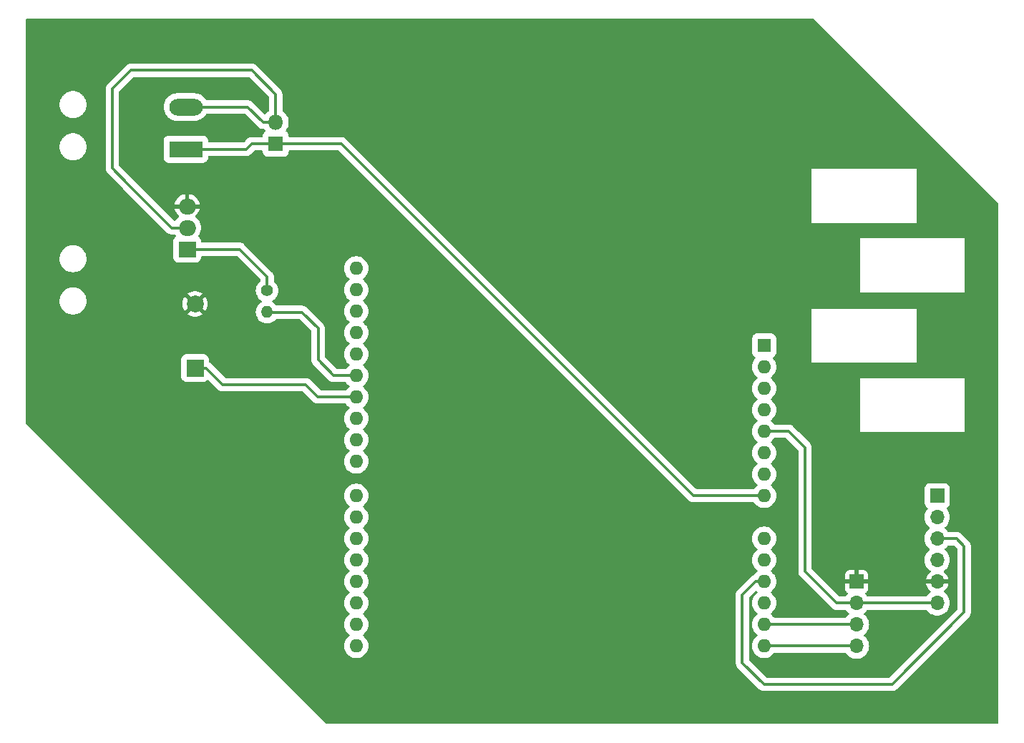
<source format=gbr>
%TF.GenerationSoftware,KiCad,Pcbnew,7.0.9-7.0.9~ubuntu22.04.1*%
%TF.CreationDate,2023-12-08T18:50:30-07:00*%
%TF.ProjectId,ph_meter,70685f6d-6574-4657-922e-6b696361645f,1.3*%
%TF.SameCoordinates,Original*%
%TF.FileFunction,Copper,L2,Bot*%
%TF.FilePolarity,Positive*%
%FSLAX46Y46*%
G04 Gerber Fmt 4.6, Leading zero omitted, Abs format (unit mm)*
G04 Created by KiCad (PCBNEW 7.0.9-7.0.9~ubuntu22.04.1) date 2023-12-08 18:50:30*
%MOMM*%
%LPD*%
G01*
G04 APERTURE LIST*
%TA.AperFunction,ComponentPad*%
%ADD10R,1.600000X1.600000*%
%TD*%
%TA.AperFunction,ComponentPad*%
%ADD11O,1.600000X1.600000*%
%TD*%
%TA.AperFunction,ComponentPad*%
%ADD12C,1.400000*%
%TD*%
%TA.AperFunction,ComponentPad*%
%ADD13O,1.400000X1.400000*%
%TD*%
%TA.AperFunction,ComponentPad*%
%ADD14R,1.700000X1.700000*%
%TD*%
%TA.AperFunction,ComponentPad*%
%ADD15O,1.700000X1.700000*%
%TD*%
%TA.AperFunction,ComponentPad*%
%ADD16R,1.800000X1.800000*%
%TD*%
%TA.AperFunction,ComponentPad*%
%ADD17O,1.800000X1.800000*%
%TD*%
%TA.AperFunction,ComponentPad*%
%ADD18R,2.000000X2.000000*%
%TD*%
%TA.AperFunction,ComponentPad*%
%ADD19C,2.000000*%
%TD*%
%TA.AperFunction,ComponentPad*%
%ADD20R,3.960000X1.980000*%
%TD*%
%TA.AperFunction,ComponentPad*%
%ADD21O,3.960000X1.980000*%
%TD*%
%TA.AperFunction,ComponentPad*%
%ADD22R,2.000000X1.905000*%
%TD*%
%TA.AperFunction,ComponentPad*%
%ADD23O,2.000000X1.905000*%
%TD*%
%TA.AperFunction,Conductor*%
%ADD24C,0.304800*%
%TD*%
G04 APERTURE END LIST*
D10*
%TO.P,A2,1,NC*%
%TO.N,unconnected-(A2-NC-Pad1)*%
X154580000Y-97775000D03*
D11*
%TO.P,A2,2,IOREF*%
%TO.N,unconnected-(A2-IOREF-Pad2)*%
X154580000Y-100315000D03*
%TO.P,A2,3,~{RESET}*%
%TO.N,unconnected-(A2-~{RESET}-Pad3)*%
X154580000Y-102855000D03*
%TO.P,A2,4,3V3*%
%TO.N,unconnected-(A2-3V3-Pad4)*%
X154580000Y-105395000D03*
%TO.P,A2,5,+5V*%
%TO.N,+5V*%
X154580000Y-107935000D03*
%TO.P,A2,6,GND*%
%TO.N,unconnected-(A2-GND-Pad6)*%
X154580000Y-110475000D03*
%TO.P,A2,7,GND*%
%TO.N,unconnected-(A2-GND-Pad7)*%
X154580000Y-113015000D03*
%TO.P,A2,8,VIN*%
%TO.N,+12V*%
X154580000Y-115555000D03*
%TO.P,A2,9,A0*%
%TO.N,unconnected-(A2-A0-Pad9)*%
X154580000Y-120635000D03*
%TO.P,A2,10,A1*%
%TO.N,unconnected-(A2-A1-Pad10)*%
X154580000Y-123175000D03*
%TO.P,A2,11,A2*%
%TO.N,Net-(A2-A2)*%
X154580000Y-125715000D03*
%TO.P,A2,12,A3*%
%TO.N,unconnected-(A2-A3-Pad12)*%
X154580000Y-128255000D03*
%TO.P,A2,13,SDA/A4*%
%TO.N,Net-(J2-Pin_3)*%
X154580000Y-130795000D03*
%TO.P,A2,14,SCL/A5*%
%TO.N,Net-(J2-Pin_4)*%
X154580000Y-133335000D03*
%TO.P,A2,15,D0/RX*%
%TO.N,unconnected-(A2-D0{slash}RX-Pad15)*%
X106320000Y-133335000D03*
%TO.P,A2,16,D1/TX*%
%TO.N,unconnected-(A2-D1{slash}TX-Pad16)*%
X106320000Y-130795000D03*
%TO.P,A2,17,D2*%
%TO.N,unconnected-(A2-D2-Pad17)*%
X106320000Y-128255000D03*
%TO.P,A2,18,D3*%
%TO.N,unconnected-(A2-D3-Pad18)*%
X106320000Y-125715000D03*
%TO.P,A2,19,D4*%
%TO.N,unconnected-(A2-D4-Pad19)*%
X106320000Y-123175000D03*
%TO.P,A2,20,D5*%
%TO.N,unconnected-(A2-D5-Pad20)*%
X106320000Y-120635000D03*
%TO.P,A2,21,D6*%
%TO.N,unconnected-(A2-D6-Pad21)*%
X106320000Y-118095000D03*
%TO.P,A2,22,D7*%
%TO.N,unconnected-(A2-D7-Pad22)*%
X106320000Y-115555000D03*
%TO.P,A2,23,D8*%
%TO.N,unconnected-(A2-D8-Pad23)*%
X106320000Y-111495000D03*
%TO.P,A2,24,D9*%
%TO.N,unconnected-(A2-D9-Pad24)*%
X106320000Y-108955000D03*
%TO.P,A2,25,D10*%
%TO.N,unconnected-(A2-D10-Pad25)*%
X106320000Y-106415000D03*
%TO.P,A2,26,D11*%
%TO.N,Net-(A2-D11)*%
X106320000Y-103875000D03*
%TO.P,A2,27,D12*%
%TO.N,Net-(A2-D12)*%
X106320000Y-101335000D03*
%TO.P,A2,28,D13*%
%TO.N,unconnected-(A2-D13-Pad28)*%
X106320000Y-98795000D03*
%TO.P,A2,29,GND*%
%TO.N,unconnected-(A2-GND-Pad29)*%
X106320000Y-96255000D03*
%TO.P,A2,30,AREF*%
%TO.N,unconnected-(A2-AREF-Pad30)*%
X106320000Y-93715000D03*
%TO.P,A2,31,SDA/A4*%
%TO.N,unconnected-(A2-SDA{slash}A4-Pad31)*%
X106320000Y-91175000D03*
%TO.P,A2,32,SCL/A5*%
%TO.N,unconnected-(A2-SCL{slash}A5-Pad32)*%
X106320000Y-88635000D03*
%TD*%
D12*
%TO.P,R1,1*%
%TO.N,Net-(Q1-B)*%
X95770000Y-91287500D03*
D13*
%TO.P,R1,2*%
%TO.N,Net-(A2-D12)*%
X95770000Y-93827500D03*
%TD*%
D14*
%TO.P,J4,1,Pin_1*%
%TO.N,unconnected-(J4-Pin_1-Pad1)*%
X175050000Y-115570000D03*
D15*
%TO.P,J4,2,Pin_2*%
%TO.N,unconnected-(J4-Pin_2-Pad2)*%
X175050000Y-118110000D03*
%TO.P,J4,3,Pin_3*%
%TO.N,Net-(A2-A2)*%
X175050000Y-120650000D03*
%TO.P,J4,4,Pin_4*%
%TO.N,unconnected-(J4-Pin_4-Pad4)*%
X175050000Y-123190000D03*
%TO.P,J4,5,Pin_5*%
%TO.N,GND*%
X175050000Y-125730000D03*
%TO.P,J4,6,Pin_6*%
%TO.N,+5V*%
X175050000Y-128270000D03*
%TD*%
D16*
%TO.P,D1,1,K*%
%TO.N,+12V*%
X96780000Y-73898640D03*
D17*
%TO.P,D1,2,A*%
%TO.N,Net-(D1-A)*%
X96780000Y-71358640D03*
%TD*%
D14*
%TO.P,J2,1,Pin_1*%
%TO.N,GND*%
X165500000Y-125750000D03*
D15*
%TO.P,J2,2,Pin_2*%
%TO.N,+5V*%
X165500000Y-128290000D03*
%TO.P,J2,3,Pin_3*%
%TO.N,Net-(J2-Pin_3)*%
X165500000Y-130830000D03*
%TO.P,J2,4,Pin_4*%
%TO.N,Net-(J2-Pin_4)*%
X165500000Y-133370000D03*
%TD*%
D18*
%TO.P,BZ1,1,-*%
%TO.N,Net-(A2-D11)*%
X87241360Y-100457500D03*
D19*
%TO.P,BZ1,2,+*%
%TO.N,GND*%
X87241360Y-92857500D03*
%TD*%
D20*
%TO.P,J3,1,Pin_1*%
%TO.N,+12V*%
X86150000Y-74550000D03*
D21*
%TO.P,J3,2,Pin_2*%
%TO.N,Net-(D1-A)*%
X86150000Y-69550000D03*
%TD*%
D22*
%TO.P,Q1,1,B*%
%TO.N,Net-(Q1-B)*%
X86305000Y-86390000D03*
D23*
%TO.P,Q1,2,C*%
%TO.N,Net-(D1-A)*%
X86305000Y-83850000D03*
%TO.P,Q1,3,E*%
%TO.N,GND*%
X86305000Y-81310000D03*
%TD*%
D24*
%TO.N,+5V*%
X165500000Y-128290000D02*
X163140000Y-128290000D01*
X159400000Y-109850000D02*
X157485000Y-107935000D01*
X165500000Y-128290000D02*
X175030000Y-128290000D01*
X157485000Y-107935000D02*
X154580000Y-107935000D01*
X159400000Y-124550000D02*
X159400000Y-109850000D01*
X175030000Y-128290000D02*
X175050000Y-128270000D01*
X163140000Y-128290000D02*
X159400000Y-124550000D01*
%TO.N,+12V*%
X96780000Y-73898640D02*
X104548640Y-73898640D01*
X86150000Y-74550000D02*
X93288640Y-74550000D01*
X146205000Y-115555000D02*
X154580000Y-115555000D01*
X93940000Y-73898640D02*
X96780000Y-73898640D01*
X104548640Y-73898640D02*
X146205000Y-115555000D01*
X93288640Y-74550000D02*
X93940000Y-73898640D01*
%TO.N,Net-(D1-A)*%
X77450000Y-67400000D02*
X79650000Y-65200000D01*
X96780000Y-68030000D02*
X96780000Y-71358640D01*
X93471360Y-69550000D02*
X86150000Y-69550000D01*
X79350000Y-78700000D02*
X77450000Y-76800000D01*
X86305000Y-83850000D02*
X84500000Y-83850000D01*
X93950000Y-65200000D02*
X96780000Y-68030000D01*
X96780000Y-71358640D02*
X95280000Y-71358640D01*
X77450000Y-76800000D02*
X77450000Y-67400000D01*
X79650000Y-65200000D02*
X93950000Y-65200000D01*
X84500000Y-83850000D02*
X79350000Y-78700000D01*
X95280000Y-71358640D02*
X93471360Y-69550000D01*
%TO.N,Net-(Q1-B)*%
X95770000Y-91287500D02*
X95770000Y-89620000D01*
X95770000Y-89620000D02*
X92540000Y-86390000D01*
X92540000Y-86390000D02*
X86305000Y-86390000D01*
%TO.N,Net-(A2-D11)*%
X87241360Y-100457500D02*
X88541360Y-100457500D01*
X100327500Y-102427500D02*
X101775000Y-103875000D01*
X88541360Y-100457500D02*
X90511360Y-102427500D01*
X101775000Y-103875000D02*
X106320000Y-103875000D01*
X90511360Y-102427500D02*
X100327500Y-102427500D01*
%TO.N,Net-(A2-D12)*%
X95770000Y-93827500D02*
X95800000Y-93857500D01*
X101800000Y-99500000D02*
X103635000Y-101335000D01*
X99891360Y-93857500D02*
X101800000Y-95766140D01*
X101800000Y-95766140D02*
X101800000Y-99500000D01*
X103635000Y-101335000D02*
X106320000Y-101335000D01*
X95800000Y-93857500D02*
X99891360Y-93857500D01*
%TO.N,Net-(J2-Pin_3)*%
X165500000Y-130830000D02*
X154615000Y-130830000D01*
X154615000Y-130830000D02*
X154580000Y-130795000D01*
%TO.N,Net-(J2-Pin_4)*%
X154615000Y-133370000D02*
X154580000Y-133335000D01*
X165500000Y-133370000D02*
X154615000Y-133370000D01*
%TO.N,Net-(A2-A2)*%
X152000000Y-127300000D02*
X152000000Y-135350000D01*
X178250000Y-129350000D02*
X178250000Y-121550000D01*
X153585000Y-125715000D02*
X152000000Y-127300000D01*
X178250000Y-121550000D02*
X177350000Y-120650000D01*
X152000000Y-135350000D02*
X154550000Y-137900000D01*
X169700000Y-137900000D02*
X178250000Y-129350000D01*
X154550000Y-137900000D02*
X169700000Y-137900000D01*
X177350000Y-120650000D02*
X175050000Y-120650000D01*
X154580000Y-125715000D02*
X153585000Y-125715000D01*
%TD*%
%TA.AperFunction,Conductor*%
%TO.N,GND*%
G36*
X177039318Y-121457585D02*
G01*
X177059960Y-121474219D01*
X177425781Y-121840040D01*
X177459266Y-121901363D01*
X177462100Y-121927721D01*
X177462100Y-128972279D01*
X177442415Y-129039318D01*
X177425781Y-129059960D01*
X169409960Y-137075781D01*
X169348637Y-137109266D01*
X169322279Y-137112100D01*
X154927721Y-137112100D01*
X154860682Y-137092415D01*
X154840040Y-137075781D01*
X152824219Y-135059960D01*
X152790734Y-134998637D01*
X152787900Y-134972279D01*
X152787900Y-127677720D01*
X152807585Y-127610681D01*
X152824215Y-127590043D01*
X153546726Y-126867531D01*
X153608047Y-126834048D01*
X153677738Y-126839032D01*
X153710562Y-126857357D01*
X153748837Y-126887148D01*
X153789649Y-126943854D01*
X153793324Y-127013627D01*
X153758694Y-127074311D01*
X153748837Y-127082852D01*
X153604432Y-127195247D01*
X153443307Y-127370274D01*
X153443304Y-127370278D01*
X153313188Y-127569434D01*
X153217625Y-127787297D01*
X153159225Y-128017911D01*
X153159223Y-128017922D01*
X153139580Y-128254993D01*
X153139580Y-128255006D01*
X153159223Y-128492077D01*
X153159225Y-128492088D01*
X153217625Y-128722702D01*
X153313188Y-128940565D01*
X153415775Y-129097585D01*
X153443306Y-129139724D01*
X153604430Y-129314751D01*
X153748837Y-129427147D01*
X153789649Y-129483857D01*
X153793324Y-129553630D01*
X153758693Y-129614313D01*
X153748843Y-129622847D01*
X153657401Y-129694020D01*
X153604431Y-129735248D01*
X153443307Y-129910274D01*
X153443304Y-129910278D01*
X153313188Y-130109434D01*
X153217625Y-130327297D01*
X153159225Y-130557911D01*
X153159223Y-130557922D01*
X153139580Y-130794993D01*
X153139580Y-130795006D01*
X153159223Y-131032077D01*
X153159225Y-131032088D01*
X153217625Y-131262702D01*
X153313188Y-131480565D01*
X153351656Y-131539444D01*
X153443306Y-131679724D01*
X153604430Y-131854751D01*
X153748837Y-131967147D01*
X153789649Y-132023857D01*
X153793324Y-132093630D01*
X153758693Y-132154313D01*
X153748843Y-132162847D01*
X153639571Y-132247897D01*
X153604431Y-132275248D01*
X153443307Y-132450274D01*
X153443304Y-132450278D01*
X153313188Y-132649434D01*
X153217625Y-132867297D01*
X153159225Y-133097911D01*
X153159223Y-133097922D01*
X153139580Y-133334993D01*
X153139580Y-133335006D01*
X153159223Y-133572077D01*
X153159225Y-133572088D01*
X153217625Y-133802702D01*
X153313188Y-134020565D01*
X153443304Y-134219721D01*
X153443307Y-134219725D01*
X153604432Y-134394753D01*
X153604436Y-134394756D01*
X153792156Y-134540865D01*
X153792162Y-134540869D01*
X153792165Y-134540871D01*
X154001390Y-134654098D01*
X154226398Y-134731344D01*
X154461051Y-134770500D01*
X154698949Y-134770500D01*
X154933602Y-134731344D01*
X155158610Y-134654098D01*
X155367835Y-134540871D01*
X155555570Y-134394751D01*
X155716694Y-134219724D01*
X155720385Y-134214075D01*
X155773533Y-134168720D01*
X155824191Y-134157900D01*
X164173217Y-134157900D01*
X164240256Y-134177585D01*
X164277026Y-134214079D01*
X164323711Y-134285537D01*
X164490452Y-134466665D01*
X164490456Y-134466668D01*
X164585792Y-134540871D01*
X164684724Y-134617873D01*
X164684726Y-134617874D01*
X164684729Y-134617876D01*
X164751660Y-134654097D01*
X164901236Y-134735043D01*
X165134082Y-134814979D01*
X165376908Y-134855500D01*
X165376909Y-134855500D01*
X165623091Y-134855500D01*
X165623092Y-134855500D01*
X165865918Y-134814979D01*
X166098764Y-134735043D01*
X166315276Y-134617873D01*
X166509550Y-134466663D01*
X166676286Y-134285540D01*
X166810936Y-134079443D01*
X166909827Y-133853994D01*
X166970261Y-133615343D01*
X166990591Y-133370000D01*
X166987691Y-133335006D01*
X166970261Y-133124660D01*
X166970261Y-133124657D01*
X166909827Y-132886006D01*
X166810936Y-132660557D01*
X166803670Y-132649436D01*
X166676287Y-132454462D01*
X166676286Y-132454460D01*
X166509550Y-132273337D01*
X166509549Y-132273336D01*
X166509547Y-132273334D01*
X166509543Y-132273331D01*
X166412569Y-132197853D01*
X166371756Y-132141143D01*
X166368081Y-132071370D01*
X166402713Y-132010687D01*
X166412569Y-132002147D01*
X166459476Y-131965636D01*
X166509550Y-131926663D01*
X166676286Y-131745540D01*
X166810936Y-131539443D01*
X166909827Y-131313994D01*
X166970261Y-131075343D01*
X166990591Y-130830000D01*
X166987691Y-130795006D01*
X166970261Y-130584660D01*
X166970261Y-130584657D01*
X166909827Y-130346006D01*
X166810936Y-130120557D01*
X166803670Y-130109436D01*
X166676287Y-129914462D01*
X166676286Y-129914460D01*
X166509550Y-129733337D01*
X166509549Y-129733336D01*
X166509547Y-129733334D01*
X166509543Y-129733331D01*
X166412569Y-129657853D01*
X166371756Y-129601143D01*
X166368081Y-129531370D01*
X166402713Y-129470687D01*
X166412569Y-129462147D01*
X166497362Y-129396149D01*
X166509550Y-129386663D01*
X166676286Y-129205540D01*
X166722974Y-129134079D01*
X166776121Y-129088722D01*
X166826783Y-129077900D01*
X173736284Y-129077900D01*
X173803323Y-129097585D01*
X173840092Y-129134078D01*
X173873714Y-129185540D01*
X173992661Y-129314751D01*
X174040452Y-129366665D01*
X174040456Y-129366668D01*
X174188864Y-129482179D01*
X174234724Y-129517873D01*
X174234726Y-129517874D01*
X174234729Y-129517876D01*
X174323919Y-129566143D01*
X174451236Y-129635043D01*
X174684082Y-129714979D01*
X174926908Y-129755500D01*
X174926909Y-129755500D01*
X175173091Y-129755500D01*
X175173092Y-129755500D01*
X175415918Y-129714979D01*
X175648764Y-129635043D01*
X175865276Y-129517873D01*
X176059550Y-129366663D01*
X176226286Y-129185540D01*
X176360936Y-128979443D01*
X176459827Y-128753994D01*
X176520261Y-128515343D01*
X176540591Y-128270000D01*
X176539347Y-128254993D01*
X176520261Y-128024660D01*
X176520261Y-128024657D01*
X176459827Y-127786006D01*
X176360936Y-127560557D01*
X176226286Y-127354460D01*
X176059550Y-127173337D01*
X176059549Y-127173336D01*
X176059547Y-127173334D01*
X176059543Y-127173331D01*
X175865279Y-127022129D01*
X175860975Y-127019317D01*
X175862150Y-127017518D01*
X175819025Y-126974698D01*
X175803931Y-126906478D01*
X175828116Y-126840928D01*
X175856523Y-126813311D01*
X175921080Y-126768107D01*
X176088105Y-126601082D01*
X176223600Y-126407578D01*
X176323429Y-126193492D01*
X176323432Y-126193486D01*
X176380636Y-125980000D01*
X175483686Y-125980000D01*
X175509493Y-125939844D01*
X175550000Y-125801889D01*
X175550000Y-125658111D01*
X175509493Y-125520156D01*
X175483686Y-125480000D01*
X176380636Y-125480000D01*
X176380635Y-125479999D01*
X176323432Y-125266513D01*
X176323429Y-125266507D01*
X176223600Y-125052422D01*
X176223599Y-125052420D01*
X176088113Y-124858926D01*
X176088108Y-124858920D01*
X175921078Y-124691890D01*
X175856522Y-124646687D01*
X175812897Y-124592110D01*
X175805705Y-124522612D01*
X175837228Y-124460257D01*
X175861540Y-124441529D01*
X175860984Y-124440677D01*
X175865269Y-124437876D01*
X175865276Y-124437873D01*
X176059550Y-124286663D01*
X176226286Y-124105540D01*
X176360936Y-123899443D01*
X176459827Y-123673994D01*
X176520261Y-123435343D01*
X176540591Y-123190000D01*
X176539347Y-123174993D01*
X176520261Y-122944660D01*
X176520261Y-122944657D01*
X176459827Y-122706006D01*
X176360936Y-122480557D01*
X176226286Y-122274460D01*
X176059550Y-122093337D01*
X176059549Y-122093336D01*
X176059547Y-122093334D01*
X176059543Y-122093331D01*
X175962569Y-122017853D01*
X175921756Y-121961143D01*
X175918081Y-121891370D01*
X175952713Y-121830687D01*
X175962569Y-121822147D01*
X176009476Y-121785636D01*
X176059550Y-121746663D01*
X176226286Y-121565540D01*
X176226288Y-121565537D01*
X176272974Y-121494079D01*
X176326121Y-121448722D01*
X176376783Y-121437900D01*
X176972279Y-121437900D01*
X177039318Y-121457585D01*
G37*
%TD.AperFunction*%
%TA.AperFunction,Conductor*%
G36*
X160465469Y-59120185D02*
G01*
X160486111Y-59136819D01*
X182263181Y-80913888D01*
X182296666Y-80975211D01*
X182299500Y-81001569D01*
X182299500Y-142475500D01*
X182279815Y-142542539D01*
X182227011Y-142588294D01*
X182175500Y-142599500D01*
X102851569Y-142599500D01*
X102784530Y-142579815D01*
X102763888Y-142563181D01*
X93535713Y-133335006D01*
X104879580Y-133335006D01*
X104899223Y-133572077D01*
X104899225Y-133572088D01*
X104957625Y-133802702D01*
X105053188Y-134020565D01*
X105183304Y-134219721D01*
X105183307Y-134219725D01*
X105344432Y-134394753D01*
X105344436Y-134394756D01*
X105532156Y-134540865D01*
X105532162Y-134540869D01*
X105532165Y-134540871D01*
X105741390Y-134654098D01*
X105966398Y-134731344D01*
X106201051Y-134770500D01*
X106438949Y-134770500D01*
X106673602Y-134731344D01*
X106898610Y-134654098D01*
X107107835Y-134540871D01*
X107295570Y-134394751D01*
X107456694Y-134219724D01*
X107586812Y-134020564D01*
X107682374Y-133802704D01*
X107740775Y-133572085D01*
X107740776Y-133572077D01*
X107760420Y-133335006D01*
X107760420Y-133334993D01*
X107740776Y-133097922D01*
X107740774Y-133097911D01*
X107682374Y-132867297D01*
X107586811Y-132649434D01*
X107459429Y-132454462D01*
X107456694Y-132450276D01*
X107295570Y-132275249D01*
X107151162Y-132162852D01*
X107110351Y-132106143D01*
X107106676Y-132036370D01*
X107141307Y-131975687D01*
X107151156Y-131967152D01*
X107295570Y-131854751D01*
X107456694Y-131679724D01*
X107586812Y-131480564D01*
X107682374Y-131262704D01*
X107740775Y-131032085D01*
X107740776Y-131032077D01*
X107760420Y-130795006D01*
X107760420Y-130794993D01*
X107740776Y-130557922D01*
X107740774Y-130557911D01*
X107682374Y-130327297D01*
X107586811Y-130109434D01*
X107459429Y-129914462D01*
X107456694Y-129910276D01*
X107295570Y-129735249D01*
X107151162Y-129622852D01*
X107110351Y-129566143D01*
X107106676Y-129496370D01*
X107141307Y-129435687D01*
X107151156Y-129427152D01*
X107295570Y-129314751D01*
X107456694Y-129139724D01*
X107586812Y-128940564D01*
X107682374Y-128722704D01*
X107740775Y-128492085D01*
X107759177Y-128270005D01*
X107760420Y-128255006D01*
X107760420Y-128254993D01*
X107740776Y-128017922D01*
X107740774Y-128017911D01*
X107682374Y-127787297D01*
X107681808Y-127786007D01*
X107586812Y-127569436D01*
X107456694Y-127370276D01*
X107295570Y-127195249D01*
X107151162Y-127082852D01*
X107110351Y-127026143D01*
X107106676Y-126956370D01*
X107141307Y-126895687D01*
X107151156Y-126887152D01*
X107295570Y-126774751D01*
X107456694Y-126599724D01*
X107586812Y-126400564D01*
X107682374Y-126182704D01*
X107740775Y-125952085D01*
X107740776Y-125952077D01*
X107760420Y-125715006D01*
X107760420Y-125714993D01*
X107740776Y-125477922D01*
X107740774Y-125477911D01*
X107720842Y-125399202D01*
X107682374Y-125247296D01*
X107586812Y-125029436D01*
X107570145Y-125003926D01*
X107470988Y-124852155D01*
X107456694Y-124830276D01*
X107295570Y-124655249D01*
X107151162Y-124542852D01*
X107110351Y-124486143D01*
X107106676Y-124416370D01*
X107141307Y-124355687D01*
X107151156Y-124347152D01*
X107295570Y-124234751D01*
X107456694Y-124059724D01*
X107586812Y-123860564D01*
X107682374Y-123642704D01*
X107740775Y-123412085D01*
X107759177Y-123190005D01*
X107760420Y-123175006D01*
X107760420Y-123174993D01*
X107740776Y-122937922D01*
X107740774Y-122937911D01*
X107682374Y-122707297D01*
X107681808Y-122706007D01*
X107586812Y-122489436D01*
X107456694Y-122290276D01*
X107295570Y-122115249D01*
X107151162Y-122002852D01*
X107110351Y-121946143D01*
X107106676Y-121876370D01*
X107141307Y-121815687D01*
X107151156Y-121807152D01*
X107295570Y-121694751D01*
X107456694Y-121519724D01*
X107586812Y-121320564D01*
X107682374Y-121102704D01*
X107740775Y-120872085D01*
X107759177Y-120650005D01*
X107760420Y-120635006D01*
X107760420Y-120634993D01*
X107740776Y-120397922D01*
X107740774Y-120397911D01*
X107682374Y-120167297D01*
X107681808Y-120166007D01*
X107586812Y-119949436D01*
X107577795Y-119935635D01*
X107456695Y-119750278D01*
X107456694Y-119750276D01*
X107295570Y-119575249D01*
X107151162Y-119462852D01*
X107110351Y-119406143D01*
X107106676Y-119336370D01*
X107141307Y-119275687D01*
X107151156Y-119267152D01*
X107295570Y-119154751D01*
X107456694Y-118979724D01*
X107586812Y-118780564D01*
X107682374Y-118562704D01*
X107740775Y-118332085D01*
X107759177Y-118110005D01*
X107760420Y-118095006D01*
X107760420Y-118094993D01*
X107740776Y-117857922D01*
X107740774Y-117857911D01*
X107682374Y-117627297D01*
X107681808Y-117626007D01*
X107586812Y-117409436D01*
X107456694Y-117210276D01*
X107295570Y-117035249D01*
X107151162Y-116922852D01*
X107110351Y-116866143D01*
X107106676Y-116796370D01*
X107141307Y-116735687D01*
X107151156Y-116727152D01*
X107295570Y-116614751D01*
X107456694Y-116439724D01*
X107586812Y-116240564D01*
X107682374Y-116022704D01*
X107740775Y-115792085D01*
X107760420Y-115555000D01*
X107760420Y-115554993D01*
X107740776Y-115317922D01*
X107740774Y-115317911D01*
X107682374Y-115087297D01*
X107586811Y-114869434D01*
X107512882Y-114756278D01*
X107456694Y-114670276D01*
X107295570Y-114495249D01*
X107295569Y-114495248D01*
X107295567Y-114495246D01*
X107295563Y-114495243D01*
X107107843Y-114349134D01*
X107107837Y-114349130D01*
X106898611Y-114235902D01*
X106898602Y-114235899D01*
X106673604Y-114158656D01*
X106438949Y-114119500D01*
X106201051Y-114119500D01*
X105966395Y-114158656D01*
X105741397Y-114235899D01*
X105741388Y-114235902D01*
X105532162Y-114349130D01*
X105532156Y-114349134D01*
X105344436Y-114495243D01*
X105344432Y-114495246D01*
X105183307Y-114670274D01*
X105183304Y-114670278D01*
X105053188Y-114869434D01*
X104957625Y-115087297D01*
X104899225Y-115317911D01*
X104899223Y-115317922D01*
X104879580Y-115554993D01*
X104879580Y-115555006D01*
X104899223Y-115792077D01*
X104899225Y-115792088D01*
X104957625Y-116022702D01*
X105053188Y-116240565D01*
X105132908Y-116362585D01*
X105183306Y-116439724D01*
X105344430Y-116614751D01*
X105488837Y-116727147D01*
X105529649Y-116783857D01*
X105533324Y-116853630D01*
X105498693Y-116914313D01*
X105488843Y-116922847D01*
X105401924Y-116990500D01*
X105344431Y-117035248D01*
X105183307Y-117210274D01*
X105183304Y-117210278D01*
X105053188Y-117409434D01*
X104957625Y-117627297D01*
X104899225Y-117857911D01*
X104899223Y-117857922D01*
X104879580Y-118094993D01*
X104879580Y-118095006D01*
X104899223Y-118332077D01*
X104899225Y-118332088D01*
X104957625Y-118562702D01*
X105053188Y-118780565D01*
X105183304Y-118979721D01*
X105183306Y-118979724D01*
X105344430Y-119154751D01*
X105488837Y-119267147D01*
X105529649Y-119323857D01*
X105533324Y-119393630D01*
X105498693Y-119454313D01*
X105488843Y-119462847D01*
X105379571Y-119547897D01*
X105344431Y-119575248D01*
X105183307Y-119750274D01*
X105183304Y-119750278D01*
X105053188Y-119949434D01*
X104957625Y-120167297D01*
X104899225Y-120397911D01*
X104899223Y-120397922D01*
X104879580Y-120634993D01*
X104879580Y-120635006D01*
X104899223Y-120872077D01*
X104899225Y-120872088D01*
X104957625Y-121102702D01*
X105053188Y-121320565D01*
X105145087Y-121461226D01*
X105183306Y-121519724D01*
X105344430Y-121694751D01*
X105488837Y-121807147D01*
X105529649Y-121863857D01*
X105533324Y-121933630D01*
X105498693Y-121994313D01*
X105488843Y-122002847D01*
X105379571Y-122087897D01*
X105344431Y-122115248D01*
X105183307Y-122290274D01*
X105183304Y-122290278D01*
X105053188Y-122489434D01*
X104957625Y-122707297D01*
X104899225Y-122937911D01*
X104899223Y-122937922D01*
X104879580Y-123174993D01*
X104879580Y-123175006D01*
X104899223Y-123412077D01*
X104899225Y-123412088D01*
X104957625Y-123642702D01*
X105053188Y-123860565D01*
X105183304Y-124059721D01*
X105183306Y-124059724D01*
X105344430Y-124234751D01*
X105488837Y-124347147D01*
X105529649Y-124403857D01*
X105533324Y-124473630D01*
X105498693Y-124534313D01*
X105488843Y-124542847D01*
X105422799Y-124594252D01*
X105344431Y-124655248D01*
X105183307Y-124830274D01*
X105183304Y-124830278D01*
X105053188Y-125029434D01*
X104957625Y-125247297D01*
X104899225Y-125477911D01*
X104899223Y-125477922D01*
X104879580Y-125714993D01*
X104879580Y-125715006D01*
X104899223Y-125952077D01*
X104899225Y-125952088D01*
X104957625Y-126182702D01*
X105053188Y-126400565D01*
X105057770Y-126407578D01*
X105183306Y-126599724D01*
X105344430Y-126774751D01*
X105488837Y-126887147D01*
X105529649Y-126943857D01*
X105533324Y-127013630D01*
X105498693Y-127074313D01*
X105488843Y-127082847D01*
X105436526Y-127123568D01*
X105344431Y-127195248D01*
X105183307Y-127370274D01*
X105183304Y-127370278D01*
X105053188Y-127569434D01*
X104957625Y-127787297D01*
X104899225Y-128017911D01*
X104899223Y-128017922D01*
X104879580Y-128254993D01*
X104879580Y-128255006D01*
X104899223Y-128492077D01*
X104899225Y-128492088D01*
X104957625Y-128722702D01*
X105053188Y-128940565D01*
X105155775Y-129097585D01*
X105183306Y-129139724D01*
X105344430Y-129314751D01*
X105488837Y-129427147D01*
X105529649Y-129483857D01*
X105533324Y-129553630D01*
X105498693Y-129614313D01*
X105488843Y-129622847D01*
X105397401Y-129694020D01*
X105344431Y-129735248D01*
X105183307Y-129910274D01*
X105183304Y-129910278D01*
X105053188Y-130109434D01*
X104957625Y-130327297D01*
X104899225Y-130557911D01*
X104899223Y-130557922D01*
X104879580Y-130794993D01*
X104879580Y-130795006D01*
X104899223Y-131032077D01*
X104899225Y-131032088D01*
X104957625Y-131262702D01*
X105053188Y-131480565D01*
X105091656Y-131539444D01*
X105183306Y-131679724D01*
X105344430Y-131854751D01*
X105488837Y-131967147D01*
X105529649Y-132023857D01*
X105533324Y-132093630D01*
X105498693Y-132154313D01*
X105488843Y-132162847D01*
X105379571Y-132247897D01*
X105344431Y-132275248D01*
X105183307Y-132450274D01*
X105183304Y-132450278D01*
X105053188Y-132649434D01*
X104957625Y-132867297D01*
X104899225Y-133097911D01*
X104899223Y-133097922D01*
X104879580Y-133334993D01*
X104879580Y-133335006D01*
X93535713Y-133335006D01*
X67236819Y-107036111D01*
X67203334Y-106974788D01*
X67200500Y-106948430D01*
X67200500Y-92500000D01*
X71194551Y-92500000D01*
X71196653Y-92526702D01*
X71202275Y-92598142D01*
X71202466Y-92603008D01*
X71202466Y-92625734D01*
X71206019Y-92648167D01*
X71206592Y-92653002D01*
X71210603Y-92703959D01*
X71214317Y-92751148D01*
X71214317Y-92751151D01*
X71214318Y-92751153D01*
X71237296Y-92846867D01*
X71238246Y-92851642D01*
X71241801Y-92874090D01*
X71248824Y-92895705D01*
X71250146Y-92900390D01*
X71273127Y-92996114D01*
X71310797Y-93087057D01*
X71312482Y-93091623D01*
X71316904Y-93105229D01*
X71319507Y-93113240D01*
X71319508Y-93113243D01*
X71319509Y-93113244D01*
X71329821Y-93133484D01*
X71331858Y-93137904D01*
X71369532Y-93228857D01*
X71420973Y-93312803D01*
X71423351Y-93317048D01*
X71430514Y-93331104D01*
X71433666Y-93337290D01*
X71433667Y-93337292D01*
X71447017Y-93355667D01*
X71449722Y-93359714D01*
X71499021Y-93440163D01*
X71501164Y-93443659D01*
X71530427Y-93477922D01*
X71565094Y-93518511D01*
X71568107Y-93522332D01*
X71581469Y-93540724D01*
X71597547Y-93556802D01*
X71600832Y-93560355D01*
X71664776Y-93635224D01*
X71739639Y-93699163D01*
X71743202Y-93702457D01*
X71759276Y-93718531D01*
X71777654Y-93731883D01*
X71777665Y-93731891D01*
X71781471Y-93734891D01*
X71856341Y-93798836D01*
X71856343Y-93798837D01*
X71856344Y-93798838D01*
X71856345Y-93798839D01*
X71940277Y-93850272D01*
X71944325Y-93852977D01*
X71944335Y-93852984D01*
X71962710Y-93866334D01*
X71982961Y-93876652D01*
X71987179Y-93879014D01*
X72071141Y-93930466D01*
X72071143Y-93930466D01*
X72071145Y-93930468D01*
X72112908Y-93947766D01*
X72162101Y-93968142D01*
X72166515Y-93970178D01*
X72174608Y-93974301D01*
X72186760Y-93980493D01*
X72208380Y-93987517D01*
X72212923Y-93989194D01*
X72303889Y-94026873D01*
X72399627Y-94049857D01*
X72404289Y-94051172D01*
X72425910Y-94058198D01*
X72425911Y-94058198D01*
X72425914Y-94058199D01*
X72434646Y-94059581D01*
X72448367Y-94061754D01*
X72453107Y-94062696D01*
X72548852Y-94085683D01*
X72647024Y-94093409D01*
X72651795Y-94093974D01*
X72674271Y-94097534D01*
X72674275Y-94097534D01*
X72696992Y-94097534D01*
X72701858Y-94097725D01*
X72800000Y-94105449D01*
X72898142Y-94097725D01*
X72903008Y-94097534D01*
X72925725Y-94097534D01*
X72925729Y-94097534D01*
X72948204Y-94093974D01*
X72952975Y-94093409D01*
X73051148Y-94085683D01*
X73146897Y-94062695D01*
X73151627Y-94061755D01*
X73174090Y-94058198D01*
X73195737Y-94051164D01*
X73200351Y-94049862D01*
X73296111Y-94026873D01*
X73387090Y-93989188D01*
X73391599Y-93987524D01*
X73413240Y-93980493D01*
X73433508Y-93970165D01*
X73437863Y-93968157D01*
X73528859Y-93930466D01*
X73612833Y-93879006D01*
X73617018Y-93876662D01*
X73637290Y-93866334D01*
X73655684Y-93852969D01*
X73659707Y-93850281D01*
X73743659Y-93798836D01*
X73818547Y-93734875D01*
X73822314Y-93731906D01*
X73840724Y-93718531D01*
X73856819Y-93702435D01*
X73860347Y-93699174D01*
X73935224Y-93635224D01*
X73999174Y-93560347D01*
X74002435Y-93556819D01*
X74018531Y-93540724D01*
X74031906Y-93522314D01*
X74034875Y-93518547D01*
X74098836Y-93443659D01*
X74150281Y-93359707D01*
X74152969Y-93355684D01*
X74166334Y-93337290D01*
X74176662Y-93317018D01*
X74179006Y-93312833D01*
X74230466Y-93228859D01*
X74268157Y-93137863D01*
X74270165Y-93133508D01*
X74280493Y-93113240D01*
X74287524Y-93091599D01*
X74289188Y-93087090D01*
X74326873Y-92996111D01*
X74349862Y-92900351D01*
X74351164Y-92895737D01*
X74358198Y-92874090D01*
X74360824Y-92857505D01*
X85736219Y-92857505D01*
X85756745Y-93105229D01*
X85756747Y-93105238D01*
X85817772Y-93346217D01*
X85917626Y-93573864D01*
X86017924Y-93727382D01*
X86758283Y-92987023D01*
X86781867Y-93067344D01*
X86859599Y-93188298D01*
X86968260Y-93282452D01*
X87099045Y-93342180D01*
X87108826Y-93343586D01*
X86371302Y-94081109D01*
X86418128Y-94117555D01*
X86418130Y-94117556D01*
X86636745Y-94235864D01*
X86636756Y-94235869D01*
X86871866Y-94316583D01*
X87117067Y-94357500D01*
X87365653Y-94357500D01*
X87610853Y-94316583D01*
X87845963Y-94235869D01*
X87845974Y-94235864D01*
X88064588Y-94117557D01*
X88064591Y-94117555D01*
X88111416Y-94081109D01*
X87373893Y-93343586D01*
X87383675Y-93342180D01*
X87514460Y-93282452D01*
X87623121Y-93188298D01*
X87700853Y-93067344D01*
X87724436Y-92987024D01*
X88464794Y-93727382D01*
X88565091Y-93573869D01*
X88664947Y-93346217D01*
X88725972Y-93105238D01*
X88725974Y-93105229D01*
X88746501Y-92857505D01*
X88746501Y-92857494D01*
X88725974Y-92609770D01*
X88725972Y-92609761D01*
X88664947Y-92368782D01*
X88565091Y-92141130D01*
X88464794Y-91987616D01*
X87724436Y-92727975D01*
X87700853Y-92647656D01*
X87623121Y-92526702D01*
X87514460Y-92432548D01*
X87383675Y-92372820D01*
X87373894Y-92371413D01*
X88111417Y-91633890D01*
X88111416Y-91633889D01*
X88064589Y-91597443D01*
X87845974Y-91479135D01*
X87845963Y-91479130D01*
X87610853Y-91398416D01*
X87365653Y-91357500D01*
X87117067Y-91357500D01*
X86871866Y-91398416D01*
X86636756Y-91479130D01*
X86636750Y-91479132D01*
X86418121Y-91597449D01*
X86371302Y-91633888D01*
X86371302Y-91633890D01*
X87108826Y-92371413D01*
X87099045Y-92372820D01*
X86968260Y-92432548D01*
X86859599Y-92526702D01*
X86781867Y-92647656D01*
X86758283Y-92727975D01*
X86017924Y-91987616D01*
X85917627Y-92141132D01*
X85817772Y-92368782D01*
X85756747Y-92609761D01*
X85756745Y-92609770D01*
X85736219Y-92857494D01*
X85736219Y-92857505D01*
X74360824Y-92857505D01*
X74361755Y-92851627D01*
X74362695Y-92846897D01*
X74385683Y-92751148D01*
X74393409Y-92652978D01*
X74393974Y-92648201D01*
X74397534Y-92625729D01*
X74398155Y-92594043D01*
X74398334Y-92590401D01*
X74400117Y-92567747D01*
X74405449Y-92500000D01*
X74398333Y-92409593D01*
X74398155Y-92405946D01*
X74397979Y-92396990D01*
X74397534Y-92374271D01*
X74393974Y-92351798D01*
X74393409Y-92347021D01*
X74385683Y-92248852D01*
X74362696Y-92153107D01*
X74361753Y-92148357D01*
X74358198Y-92125913D01*
X74358198Y-92125911D01*
X74358195Y-92125903D01*
X74351172Y-92104289D01*
X74349857Y-92099627D01*
X74326873Y-92003889D01*
X74289194Y-91912923D01*
X74287517Y-91908380D01*
X74280493Y-91886760D01*
X74270178Y-91866515D01*
X74268139Y-91862093D01*
X74230468Y-91771145D01*
X74230466Y-91771141D01*
X74179014Y-91687179D01*
X74176649Y-91682955D01*
X74166337Y-91662716D01*
X74166334Y-91662710D01*
X74158039Y-91651293D01*
X74152977Y-91644325D01*
X74150272Y-91640277D01*
X74146357Y-91633889D01*
X74124027Y-91597449D01*
X74098839Y-91556345D01*
X74098838Y-91556344D01*
X74098837Y-91556343D01*
X74098836Y-91556341D01*
X74034891Y-91481471D01*
X74031891Y-91477665D01*
X74018531Y-91459276D01*
X74002453Y-91443198D01*
X73999163Y-91439639D01*
X73935224Y-91364776D01*
X73860355Y-91300832D01*
X73856799Y-91297544D01*
X73840724Y-91281469D01*
X73822332Y-91268107D01*
X73818511Y-91265094D01*
X73743667Y-91201171D01*
X73743659Y-91201164D01*
X73743654Y-91201161D01*
X73743653Y-91201160D01*
X73659714Y-91149722D01*
X73655667Y-91147017D01*
X73637292Y-91133667D01*
X73637290Y-91133666D01*
X73631104Y-91130514D01*
X73617048Y-91123351D01*
X73612803Y-91120973D01*
X73528857Y-91069532D01*
X73437904Y-91031858D01*
X73433484Y-91029821D01*
X73413244Y-91019509D01*
X73413243Y-91019508D01*
X73413240Y-91019507D01*
X73409126Y-91018170D01*
X73391623Y-91012482D01*
X73387057Y-91010797D01*
X73296114Y-90973127D01*
X73200390Y-90950146D01*
X73195705Y-90948824D01*
X73174090Y-90941801D01*
X73151642Y-90938246D01*
X73146867Y-90937296D01*
X73051152Y-90914318D01*
X73051153Y-90914318D01*
X73051151Y-90914317D01*
X73051148Y-90914317D01*
X73003959Y-90910603D01*
X72953002Y-90906592D01*
X72948167Y-90906019D01*
X72925734Y-90902466D01*
X72925729Y-90902466D01*
X72903008Y-90902466D01*
X72898142Y-90902275D01*
X72800000Y-90894551D01*
X72701858Y-90902275D01*
X72696992Y-90902466D01*
X72674271Y-90902466D01*
X72651833Y-90906019D01*
X72646998Y-90906592D01*
X72548851Y-90914317D01*
X72548844Y-90914318D01*
X72453132Y-90937296D01*
X72448357Y-90938246D01*
X72425913Y-90941801D01*
X72425903Y-90941803D01*
X72404299Y-90948823D01*
X72399612Y-90950145D01*
X72303891Y-90973125D01*
X72212938Y-91010799D01*
X72208373Y-91012483D01*
X72186757Y-91019507D01*
X72166515Y-91029820D01*
X72162098Y-91031856D01*
X72071141Y-91069534D01*
X71987201Y-91120970D01*
X71982958Y-91123347D01*
X71962716Y-91133662D01*
X71962708Y-91133667D01*
X71944330Y-91147018D01*
X71940286Y-91149720D01*
X71856339Y-91201165D01*
X71781482Y-91265098D01*
X71777660Y-91268111D01*
X71759276Y-91281469D01*
X71743198Y-91297544D01*
X71739626Y-91300846D01*
X71664775Y-91364775D01*
X71600846Y-91439626D01*
X71597544Y-91443198D01*
X71581469Y-91459276D01*
X71568111Y-91477660D01*
X71565098Y-91481482D01*
X71501165Y-91556339D01*
X71449720Y-91640286D01*
X71447018Y-91644330D01*
X71433667Y-91662708D01*
X71433662Y-91662716D01*
X71423347Y-91682958D01*
X71420970Y-91687201D01*
X71369534Y-91771141D01*
X71331856Y-91862098D01*
X71329820Y-91866515D01*
X71319507Y-91886757D01*
X71312483Y-91908373D01*
X71310799Y-91912938D01*
X71273125Y-92003891D01*
X71250145Y-92099612D01*
X71248823Y-92104299D01*
X71241803Y-92125903D01*
X71241801Y-92125913D01*
X71238246Y-92148357D01*
X71237296Y-92153132D01*
X71214318Y-92248844D01*
X71214317Y-92248851D01*
X71206592Y-92346998D01*
X71206019Y-92351833D01*
X71202466Y-92374270D01*
X71202466Y-92396990D01*
X71202275Y-92401856D01*
X71194551Y-92499999D01*
X71194551Y-92500000D01*
X67200500Y-92500000D01*
X67200500Y-87499999D01*
X71194551Y-87499999D01*
X71202275Y-87598142D01*
X71202466Y-87603008D01*
X71202466Y-87625734D01*
X71206019Y-87648167D01*
X71206592Y-87653002D01*
X71210603Y-87703959D01*
X71214317Y-87751148D01*
X71214317Y-87751151D01*
X71214318Y-87751153D01*
X71237296Y-87846867D01*
X71238246Y-87851642D01*
X71241801Y-87874090D01*
X71248824Y-87895705D01*
X71250146Y-87900390D01*
X71273127Y-87996114D01*
X71310797Y-88087057D01*
X71312482Y-88091623D01*
X71318170Y-88109126D01*
X71319507Y-88113240D01*
X71319508Y-88113243D01*
X71319509Y-88113244D01*
X71329821Y-88133484D01*
X71331858Y-88137904D01*
X71369532Y-88228857D01*
X71420973Y-88312803D01*
X71423351Y-88317048D01*
X71430514Y-88331104D01*
X71433666Y-88337290D01*
X71433667Y-88337292D01*
X71447017Y-88355667D01*
X71449722Y-88359714D01*
X71499021Y-88440163D01*
X71501164Y-88443659D01*
X71501171Y-88443667D01*
X71565094Y-88518511D01*
X71568107Y-88522332D01*
X71581469Y-88540724D01*
X71597547Y-88556802D01*
X71600832Y-88560355D01*
X71664776Y-88635224D01*
X71739639Y-88699163D01*
X71743202Y-88702457D01*
X71759276Y-88718531D01*
X71777654Y-88731883D01*
X71777665Y-88731891D01*
X71781471Y-88734891D01*
X71856341Y-88798836D01*
X71856343Y-88798837D01*
X71856344Y-88798838D01*
X71856345Y-88798839D01*
X71940277Y-88850272D01*
X71944325Y-88852977D01*
X71944335Y-88852984D01*
X71962710Y-88866334D01*
X71982961Y-88876652D01*
X71987179Y-88879014D01*
X72071141Y-88930466D01*
X72071143Y-88930466D01*
X72071145Y-88930468D01*
X72112908Y-88947766D01*
X72162101Y-88968142D01*
X72166515Y-88970178D01*
X72174608Y-88974301D01*
X72186760Y-88980493D01*
X72208380Y-88987517D01*
X72212923Y-88989194D01*
X72303889Y-89026873D01*
X72399627Y-89049857D01*
X72404289Y-89051172D01*
X72425910Y-89058198D01*
X72425911Y-89058198D01*
X72425914Y-89058199D01*
X72434646Y-89059581D01*
X72448367Y-89061754D01*
X72453107Y-89062696D01*
X72548852Y-89085683D01*
X72647024Y-89093409D01*
X72651795Y-89093974D01*
X72674271Y-89097534D01*
X72674275Y-89097534D01*
X72696992Y-89097534D01*
X72701858Y-89097725D01*
X72800000Y-89105449D01*
X72898142Y-89097725D01*
X72903008Y-89097534D01*
X72925725Y-89097534D01*
X72925729Y-89097534D01*
X72948204Y-89093974D01*
X72952975Y-89093409D01*
X73051148Y-89085683D01*
X73146897Y-89062695D01*
X73151627Y-89061755D01*
X73174090Y-89058198D01*
X73195737Y-89051164D01*
X73200351Y-89049862D01*
X73296111Y-89026873D01*
X73387090Y-88989188D01*
X73391599Y-88987524D01*
X73413240Y-88980493D01*
X73433508Y-88970165D01*
X73437863Y-88968157D01*
X73528859Y-88930466D01*
X73612833Y-88879006D01*
X73617018Y-88876662D01*
X73637290Y-88866334D01*
X73655684Y-88852969D01*
X73659707Y-88850281D01*
X73743659Y-88798836D01*
X73818547Y-88734875D01*
X73822314Y-88731906D01*
X73840724Y-88718531D01*
X73856819Y-88702435D01*
X73860347Y-88699174D01*
X73935224Y-88635224D01*
X73999174Y-88560347D01*
X74002435Y-88556819D01*
X74018531Y-88540724D01*
X74031906Y-88522314D01*
X74034875Y-88518547D01*
X74098836Y-88443659D01*
X74150281Y-88359707D01*
X74152969Y-88355684D01*
X74166334Y-88337290D01*
X74176662Y-88317018D01*
X74179006Y-88312833D01*
X74230466Y-88228859D01*
X74268157Y-88137863D01*
X74270165Y-88133508D01*
X74280493Y-88113240D01*
X74287524Y-88091599D01*
X74289188Y-88087090D01*
X74326873Y-87996111D01*
X74349862Y-87900351D01*
X74351164Y-87895737D01*
X74358198Y-87874090D01*
X74361755Y-87851627D01*
X74362695Y-87846897D01*
X74385683Y-87751148D01*
X74393409Y-87652978D01*
X74393974Y-87648201D01*
X74397534Y-87625729D01*
X74398155Y-87594043D01*
X74398334Y-87590401D01*
X74405449Y-87500000D01*
X74398333Y-87409593D01*
X74398155Y-87405946D01*
X74397979Y-87396990D01*
X74397534Y-87374271D01*
X74393974Y-87351798D01*
X74393409Y-87347021D01*
X74385683Y-87248852D01*
X74362696Y-87153107D01*
X74361753Y-87148357D01*
X74358198Y-87125913D01*
X74358198Y-87125911D01*
X74358195Y-87125903D01*
X74351172Y-87104289D01*
X74349857Y-87099627D01*
X74326873Y-87003889D01*
X74289194Y-86912923D01*
X74287517Y-86908380D01*
X74280493Y-86886760D01*
X74270178Y-86866515D01*
X74268139Y-86862093D01*
X74230468Y-86771145D01*
X74230466Y-86771141D01*
X74179014Y-86687179D01*
X74176649Y-86682955D01*
X74166337Y-86662716D01*
X74166334Y-86662710D01*
X74158039Y-86651293D01*
X74152977Y-86644325D01*
X74150272Y-86640277D01*
X74098839Y-86556345D01*
X74098838Y-86556344D01*
X74098837Y-86556343D01*
X74098836Y-86556341D01*
X74034891Y-86481471D01*
X74031891Y-86477665D01*
X74018531Y-86459276D01*
X74002453Y-86443198D01*
X73999163Y-86439639D01*
X73935224Y-86364776D01*
X73860355Y-86300832D01*
X73856799Y-86297544D01*
X73840724Y-86281469D01*
X73822332Y-86268107D01*
X73818511Y-86265094D01*
X73743667Y-86201171D01*
X73743659Y-86201164D01*
X73743654Y-86201161D01*
X73743653Y-86201160D01*
X73659714Y-86149722D01*
X73655667Y-86147017D01*
X73637292Y-86133667D01*
X73637290Y-86133666D01*
X73631104Y-86130514D01*
X73617048Y-86123351D01*
X73612803Y-86120973D01*
X73528857Y-86069532D01*
X73437904Y-86031858D01*
X73433484Y-86029821D01*
X73413244Y-86019509D01*
X73413243Y-86019508D01*
X73413240Y-86019507D01*
X73409126Y-86018170D01*
X73391623Y-86012482D01*
X73387057Y-86010797D01*
X73296114Y-85973127D01*
X73200390Y-85950146D01*
X73195705Y-85948824D01*
X73174090Y-85941801D01*
X73151642Y-85938246D01*
X73146867Y-85937296D01*
X73051152Y-85914318D01*
X73051153Y-85914318D01*
X73051151Y-85914317D01*
X73051148Y-85914317D01*
X73003959Y-85910603D01*
X72953002Y-85906592D01*
X72948167Y-85906019D01*
X72925734Y-85902466D01*
X72925729Y-85902466D01*
X72903008Y-85902466D01*
X72898142Y-85902275D01*
X72800000Y-85894551D01*
X72701858Y-85902275D01*
X72696992Y-85902466D01*
X72674271Y-85902466D01*
X72651833Y-85906019D01*
X72646998Y-85906592D01*
X72548851Y-85914317D01*
X72548844Y-85914318D01*
X72453132Y-85937296D01*
X72448357Y-85938246D01*
X72425913Y-85941801D01*
X72425903Y-85941803D01*
X72404299Y-85948823D01*
X72399612Y-85950145D01*
X72303891Y-85973125D01*
X72212938Y-86010799D01*
X72208373Y-86012483D01*
X72186757Y-86019507D01*
X72166515Y-86029820D01*
X72162098Y-86031856D01*
X72071141Y-86069534D01*
X71987201Y-86120970D01*
X71982958Y-86123347D01*
X71962716Y-86133662D01*
X71962708Y-86133667D01*
X71944330Y-86147018D01*
X71940286Y-86149720D01*
X71856339Y-86201165D01*
X71781482Y-86265098D01*
X71777660Y-86268111D01*
X71759276Y-86281469D01*
X71743198Y-86297544D01*
X71739626Y-86300846D01*
X71664775Y-86364775D01*
X71600846Y-86439626D01*
X71597544Y-86443198D01*
X71581469Y-86459276D01*
X71568111Y-86477660D01*
X71565098Y-86481482D01*
X71501165Y-86556339D01*
X71449720Y-86640286D01*
X71447018Y-86644330D01*
X71433667Y-86662708D01*
X71433662Y-86662716D01*
X71423347Y-86682958D01*
X71420970Y-86687201D01*
X71369534Y-86771141D01*
X71331856Y-86862098D01*
X71329820Y-86866515D01*
X71319507Y-86886757D01*
X71312483Y-86908373D01*
X71310799Y-86912938D01*
X71273125Y-87003891D01*
X71250145Y-87099612D01*
X71248823Y-87104299D01*
X71241803Y-87125903D01*
X71241801Y-87125913D01*
X71238246Y-87148357D01*
X71237296Y-87153132D01*
X71214318Y-87248844D01*
X71214317Y-87248851D01*
X71206592Y-87346998D01*
X71206019Y-87351833D01*
X71202466Y-87374270D01*
X71202466Y-87396990D01*
X71202275Y-87401856D01*
X71194551Y-87499999D01*
X67200500Y-87499999D01*
X67200500Y-76846149D01*
X76662100Y-76846149D01*
X76662101Y-76846181D01*
X76662101Y-76888776D01*
X76671232Y-76928787D01*
X76672396Y-76935634D01*
X76676994Y-76976434D01*
X76676995Y-76976436D01*
X76690552Y-77015185D01*
X76692478Y-77021869D01*
X76701609Y-77061874D01*
X76719412Y-77098844D01*
X76722075Y-77105271D01*
X76735633Y-77144018D01*
X76757472Y-77178774D01*
X76760837Y-77184864D01*
X76778643Y-77221837D01*
X76804233Y-77253926D01*
X76808260Y-77259601D01*
X76830094Y-77294352D01*
X76830096Y-77294354D01*
X76830097Y-77294355D01*
X76830098Y-77294356D01*
X76860311Y-77324569D01*
X76860348Y-77324608D01*
X78761585Y-79225844D01*
X83975689Y-84439949D01*
X83975719Y-84439977D01*
X84005644Y-84469902D01*
X84040393Y-84491736D01*
X84046068Y-84495763D01*
X84078160Y-84521356D01*
X84115148Y-84539168D01*
X84121225Y-84542527D01*
X84155980Y-84564365D01*
X84179516Y-84572600D01*
X84194720Y-84577921D01*
X84201139Y-84580579D01*
X84238127Y-84598391D01*
X84275152Y-84606841D01*
X84278136Y-84607522D01*
X84284819Y-84609447D01*
X84323566Y-84623006D01*
X84364362Y-84627602D01*
X84371214Y-84628766D01*
X84411226Y-84637899D01*
X84454028Y-84637899D01*
X84454064Y-84637900D01*
X84455756Y-84637900D01*
X84808433Y-84637900D01*
X84875472Y-84657585D01*
X84914161Y-84697111D01*
X84953243Y-84760888D01*
X84971487Y-84828334D01*
X84950370Y-84894936D01*
X84917823Y-84925633D01*
X84918563Y-84926586D01*
X84912399Y-84931367D01*
X84798869Y-85044896D01*
X84798863Y-85044904D01*
X84717131Y-85183106D01*
X84717129Y-85183111D01*
X84672335Y-85337291D01*
X84672334Y-85337297D01*
X84669500Y-85373317D01*
X84669501Y-87406680D01*
X84672335Y-87442704D01*
X84717129Y-87596888D01*
X84717131Y-87596893D01*
X84798863Y-87735095D01*
X84798869Y-87735103D01*
X84912396Y-87848630D01*
X84912400Y-87848633D01*
X84912402Y-87848635D01*
X85050607Y-87930369D01*
X85091268Y-87942182D01*
X85204791Y-87975164D01*
X85204794Y-87975164D01*
X85204796Y-87975165D01*
X85216803Y-87976110D01*
X85240817Y-87978000D01*
X85240818Y-87977999D01*
X85240819Y-87978000D01*
X87369180Y-87977999D01*
X87405204Y-87975165D01*
X87559393Y-87930369D01*
X87697598Y-87848635D01*
X87811135Y-87735098D01*
X87892869Y-87596893D01*
X87937665Y-87442704D01*
X87939082Y-87424692D01*
X87940500Y-87406683D01*
X87940500Y-87301900D01*
X87960185Y-87234861D01*
X88012989Y-87189106D01*
X88064500Y-87177900D01*
X92162279Y-87177900D01*
X92229318Y-87197585D01*
X92249960Y-87214219D01*
X94945781Y-89910040D01*
X94979266Y-89971363D01*
X94982100Y-89997721D01*
X94982100Y-90144298D01*
X94962415Y-90211337D01*
X94929226Y-90245871D01*
X94908283Y-90260536D01*
X94908274Y-90260543D01*
X94743041Y-90425776D01*
X94743036Y-90425782D01*
X94609007Y-90617195D01*
X94609005Y-90617199D01*
X94510248Y-90828985D01*
X94510244Y-90828994D01*
X94449767Y-91054701D01*
X94449765Y-91054711D01*
X94429399Y-91287499D01*
X94429399Y-91287500D01*
X94449765Y-91520288D01*
X94449767Y-91520298D01*
X94510244Y-91746005D01*
X94510246Y-91746009D01*
X94510247Y-91746013D01*
X94523224Y-91773842D01*
X94609004Y-91957800D01*
X94609005Y-91957801D01*
X94743040Y-92149222D01*
X94908278Y-92314460D01*
X95099699Y-92448495D01*
X95099704Y-92448497D01*
X95102497Y-92450110D01*
X95103483Y-92451144D01*
X95104134Y-92451600D01*
X95104042Y-92451730D01*
X95150715Y-92500674D01*
X95163941Y-92569281D01*
X95137976Y-92634147D01*
X95102503Y-92664887D01*
X95099694Y-92666508D01*
X94908282Y-92800536D01*
X94908276Y-92800541D01*
X94743041Y-92965776D01*
X94743036Y-92965782D01*
X94609007Y-93157195D01*
X94609005Y-93157199D01*
X94557409Y-93267848D01*
X94515604Y-93357500D01*
X94510248Y-93368985D01*
X94510244Y-93368994D01*
X94449767Y-93594701D01*
X94449765Y-93594711D01*
X94429399Y-93827499D01*
X94429399Y-93827500D01*
X94449765Y-94060288D01*
X94449767Y-94060298D01*
X94510244Y-94286005D01*
X94510246Y-94286009D01*
X94510247Y-94286013D01*
X94524502Y-94316583D01*
X94609004Y-94497800D01*
X94609005Y-94497801D01*
X94743040Y-94689222D01*
X94908278Y-94854460D01*
X95099699Y-94988495D01*
X95311487Y-95087253D01*
X95537207Y-95147734D01*
X95723441Y-95164027D01*
X95769999Y-95168101D01*
X95770000Y-95168101D01*
X95770001Y-95168101D01*
X95808798Y-95164706D01*
X96002793Y-95147734D01*
X96228513Y-95087253D01*
X96440301Y-94988495D01*
X96631722Y-94854460D01*
X96796960Y-94689222D01*
X96796960Y-94689221D01*
X96800788Y-94685394D01*
X96801681Y-94686287D01*
X96854741Y-94650990D01*
X96891553Y-94645400D01*
X99513639Y-94645400D01*
X99580678Y-94665085D01*
X99601320Y-94681719D01*
X100975781Y-96056180D01*
X101009266Y-96117503D01*
X101012100Y-96143861D01*
X101012100Y-99546149D01*
X101012101Y-99546181D01*
X101012101Y-99588776D01*
X101021232Y-99628787D01*
X101022396Y-99635634D01*
X101026994Y-99676434D01*
X101026995Y-99676436D01*
X101040552Y-99715185D01*
X101042478Y-99721869D01*
X101051609Y-99761874D01*
X101069412Y-99798844D01*
X101072075Y-99805271D01*
X101085633Y-99844018D01*
X101107472Y-99878774D01*
X101110837Y-99884864D01*
X101128643Y-99921837D01*
X101154233Y-99953926D01*
X101158260Y-99959601D01*
X101180094Y-99994352D01*
X101180096Y-99994354D01*
X101180097Y-99994355D01*
X101180098Y-99994356D01*
X101210311Y-100024569D01*
X101210348Y-100024608D01*
X103110689Y-101924949D01*
X103110719Y-101924977D01*
X103140644Y-101954902D01*
X103165109Y-101970274D01*
X103175393Y-101976736D01*
X103181068Y-101980763D01*
X103213160Y-102006356D01*
X103250148Y-102024168D01*
X103256225Y-102027527D01*
X103290980Y-102049365D01*
X103314516Y-102057600D01*
X103329720Y-102062921D01*
X103336139Y-102065579D01*
X103373127Y-102083391D01*
X103402809Y-102090165D01*
X103413136Y-102092522D01*
X103419819Y-102094447D01*
X103458566Y-102108006D01*
X103499362Y-102112602D01*
X103506214Y-102113766D01*
X103546226Y-102122899D01*
X103589028Y-102122899D01*
X103589064Y-102122900D01*
X103590756Y-102122900D01*
X105052942Y-102122900D01*
X105119981Y-102142585D01*
X105156751Y-102179079D01*
X105183303Y-102219721D01*
X105183306Y-102219724D01*
X105344430Y-102394751D01*
X105488837Y-102507147D01*
X105529649Y-102563857D01*
X105533324Y-102633630D01*
X105498693Y-102694313D01*
X105488843Y-102702847D01*
X105379571Y-102787897D01*
X105344431Y-102815248D01*
X105183303Y-102990278D01*
X105156751Y-103030921D01*
X105103604Y-103076278D01*
X105052942Y-103087100D01*
X102152721Y-103087100D01*
X102085682Y-103067415D01*
X102065040Y-103050781D01*
X100852108Y-101837848D01*
X100852069Y-101837811D01*
X100821856Y-101807598D01*
X100821855Y-101807597D01*
X100821854Y-101807596D01*
X100821852Y-101807594D01*
X100787101Y-101785760D01*
X100781431Y-101781736D01*
X100749340Y-101756145D01*
X100749338Y-101756144D01*
X100749337Y-101756143D01*
X100712364Y-101738337D01*
X100706274Y-101734972D01*
X100671518Y-101713133D01*
X100632771Y-101699575D01*
X100626344Y-101696912D01*
X100589374Y-101679109D01*
X100549369Y-101669978D01*
X100542685Y-101668052D01*
X100510131Y-101656662D01*
X100503934Y-101654494D01*
X100463134Y-101649896D01*
X100456287Y-101648732D01*
X100416276Y-101639601D01*
X100416274Y-101639601D01*
X100373472Y-101639601D01*
X100373436Y-101639600D01*
X100371744Y-101639600D01*
X90889081Y-101639600D01*
X90822042Y-101619915D01*
X90801400Y-101603281D01*
X89065968Y-99867848D01*
X89065929Y-99867811D01*
X89035716Y-99837598D01*
X89035715Y-99837597D01*
X89035714Y-99837596D01*
X89035712Y-99837594D01*
X89006076Y-99818973D01*
X89000957Y-99815757D01*
X88995291Y-99811736D01*
X88963200Y-99786145D01*
X88963198Y-99786144D01*
X88963197Y-99786143D01*
X88947055Y-99778369D01*
X88895196Y-99731546D01*
X88876859Y-99666650D01*
X88876859Y-99393320D01*
X88876859Y-99393317D01*
X88874025Y-99357296D01*
X88829229Y-99203107D01*
X88747495Y-99064902D01*
X88747493Y-99064900D01*
X88747490Y-99064896D01*
X88633963Y-98951369D01*
X88633955Y-98951363D01*
X88495753Y-98869631D01*
X88495748Y-98869629D01*
X88341568Y-98824835D01*
X88341562Y-98824834D01*
X88305543Y-98822000D01*
X88305541Y-98822000D01*
X86177180Y-98822001D01*
X86141155Y-98824835D01*
X85986971Y-98869629D01*
X85986966Y-98869631D01*
X85848764Y-98951363D01*
X85848756Y-98951369D01*
X85735229Y-99064896D01*
X85735223Y-99064904D01*
X85653491Y-99203106D01*
X85653489Y-99203111D01*
X85608695Y-99357291D01*
X85608694Y-99357297D01*
X85605860Y-99393317D01*
X85605861Y-101521680D01*
X85608695Y-101557704D01*
X85653489Y-101711888D01*
X85653491Y-101711893D01*
X85735223Y-101850095D01*
X85735229Y-101850103D01*
X85848756Y-101963630D01*
X85848760Y-101963633D01*
X85848762Y-101963635D01*
X85986967Y-102045369D01*
X86027628Y-102057182D01*
X86141151Y-102090164D01*
X86141154Y-102090164D01*
X86141156Y-102090165D01*
X86153163Y-102091110D01*
X86177177Y-102093000D01*
X86177178Y-102092999D01*
X86177179Y-102093000D01*
X88305540Y-102092999D01*
X88341564Y-102090165D01*
X88495753Y-102045369D01*
X88633958Y-101963635D01*
X88695917Y-101901675D01*
X88757238Y-101868192D01*
X88826930Y-101873176D01*
X88871278Y-101901677D01*
X89987049Y-103017449D01*
X89987079Y-103017477D01*
X90017004Y-103047402D01*
X90022382Y-103050781D01*
X90051753Y-103069236D01*
X90057428Y-103073263D01*
X90089520Y-103098856D01*
X90126508Y-103116668D01*
X90132587Y-103120028D01*
X90167335Y-103141862D01*
X90167340Y-103141865D01*
X90206081Y-103155421D01*
X90212499Y-103158079D01*
X90249487Y-103175891D01*
X90289494Y-103185022D01*
X90296168Y-103186943D01*
X90334926Y-103200506D01*
X90375716Y-103205101D01*
X90382564Y-103206264D01*
X90422586Y-103215400D01*
X90467116Y-103215400D01*
X99949779Y-103215400D01*
X100016818Y-103235085D01*
X100037460Y-103251719D01*
X101250689Y-104464949D01*
X101250719Y-104464977D01*
X101280644Y-104494902D01*
X101315399Y-104516740D01*
X101321070Y-104520764D01*
X101353160Y-104546355D01*
X101390134Y-104564161D01*
X101396225Y-104567527D01*
X101430976Y-104589363D01*
X101430978Y-104589364D01*
X101430980Y-104589365D01*
X101469729Y-104602923D01*
X101476142Y-104605580D01*
X101513126Y-104623391D01*
X101553153Y-104632526D01*
X101559801Y-104634441D01*
X101598566Y-104648006D01*
X101639363Y-104652602D01*
X101646209Y-104653766D01*
X101686225Y-104662899D01*
X101729028Y-104662899D01*
X101729064Y-104662900D01*
X101730756Y-104662900D01*
X105052942Y-104662900D01*
X105119981Y-104682585D01*
X105156751Y-104719079D01*
X105183303Y-104759721D01*
X105183306Y-104759724D01*
X105344430Y-104934751D01*
X105488837Y-105047147D01*
X105529649Y-105103857D01*
X105533324Y-105173630D01*
X105498693Y-105234313D01*
X105488843Y-105242847D01*
X105379571Y-105327897D01*
X105344431Y-105355248D01*
X105183307Y-105530274D01*
X105183304Y-105530278D01*
X105053188Y-105729434D01*
X104957625Y-105947297D01*
X104899225Y-106177911D01*
X104899223Y-106177922D01*
X104879580Y-106414993D01*
X104879580Y-106415006D01*
X104899223Y-106652077D01*
X104899225Y-106652088D01*
X104957625Y-106882702D01*
X105053188Y-107100565D01*
X105148100Y-107245837D01*
X105183306Y-107299724D01*
X105344430Y-107474751D01*
X105488837Y-107587147D01*
X105529649Y-107643857D01*
X105533324Y-107713630D01*
X105498693Y-107774313D01*
X105488843Y-107782847D01*
X105379571Y-107867897D01*
X105344431Y-107895248D01*
X105183307Y-108070274D01*
X105183304Y-108070278D01*
X105053188Y-108269434D01*
X104957625Y-108487297D01*
X104899225Y-108717911D01*
X104899223Y-108717922D01*
X104879580Y-108954993D01*
X104879580Y-108955006D01*
X104899223Y-109192077D01*
X104899225Y-109192088D01*
X104957625Y-109422702D01*
X105053188Y-109640565D01*
X105183304Y-109839721D01*
X105183306Y-109839724D01*
X105344430Y-110014751D01*
X105488837Y-110127147D01*
X105529649Y-110183857D01*
X105533324Y-110253630D01*
X105498693Y-110314313D01*
X105488843Y-110322847D01*
X105379571Y-110407897D01*
X105344431Y-110435248D01*
X105183307Y-110610274D01*
X105183304Y-110610278D01*
X105053188Y-110809434D01*
X104957625Y-111027297D01*
X104899225Y-111257911D01*
X104899223Y-111257922D01*
X104879580Y-111494993D01*
X104879580Y-111495006D01*
X104899223Y-111732077D01*
X104899225Y-111732088D01*
X104957625Y-111962702D01*
X105053188Y-112180565D01*
X105183304Y-112379721D01*
X105183307Y-112379725D01*
X105344432Y-112554753D01*
X105344436Y-112554756D01*
X105532156Y-112700865D01*
X105532162Y-112700869D01*
X105532165Y-112700871D01*
X105741390Y-112814098D01*
X105966398Y-112891344D01*
X106201051Y-112930500D01*
X106438949Y-112930500D01*
X106673602Y-112891344D01*
X106898610Y-112814098D01*
X107107835Y-112700871D01*
X107295570Y-112554751D01*
X107456694Y-112379724D01*
X107586812Y-112180564D01*
X107682374Y-111962704D01*
X107740775Y-111732085D01*
X107740776Y-111732077D01*
X107760420Y-111495006D01*
X107760420Y-111494993D01*
X107740776Y-111257922D01*
X107740774Y-111257911D01*
X107682374Y-111027297D01*
X107645268Y-110942704D01*
X107586812Y-110809436D01*
X107456694Y-110610276D01*
X107295570Y-110435249D01*
X107151162Y-110322852D01*
X107110351Y-110266143D01*
X107106676Y-110196370D01*
X107141307Y-110135687D01*
X107151156Y-110127152D01*
X107295570Y-110014751D01*
X107456694Y-109839724D01*
X107586812Y-109640564D01*
X107682374Y-109422704D01*
X107740775Y-109192085D01*
X107740776Y-109192077D01*
X107760420Y-108955006D01*
X107760420Y-108954993D01*
X107740776Y-108717922D01*
X107740774Y-108717911D01*
X107682374Y-108487297D01*
X107645268Y-108402704D01*
X107586812Y-108269436D01*
X107456694Y-108070276D01*
X107295570Y-107895249D01*
X107151162Y-107782852D01*
X107110351Y-107726143D01*
X107106676Y-107656370D01*
X107141307Y-107595687D01*
X107151156Y-107587152D01*
X107295570Y-107474751D01*
X107456694Y-107299724D01*
X107586812Y-107100564D01*
X107682374Y-106882704D01*
X107740775Y-106652085D01*
X107740776Y-106652077D01*
X107760420Y-106415006D01*
X107760420Y-106414993D01*
X107740776Y-106177922D01*
X107740774Y-106177911D01*
X107682374Y-105947297D01*
X107645268Y-105862704D01*
X107586812Y-105729436D01*
X107456694Y-105530276D01*
X107295570Y-105355249D01*
X107151162Y-105242852D01*
X107110351Y-105186143D01*
X107106676Y-105116370D01*
X107141307Y-105055687D01*
X107151156Y-105047152D01*
X107295570Y-104934751D01*
X107456694Y-104759724D01*
X107586812Y-104560564D01*
X107682374Y-104342704D01*
X107740775Y-104112085D01*
X107740776Y-104112077D01*
X107760420Y-103875006D01*
X107760420Y-103874993D01*
X107740776Y-103637922D01*
X107740774Y-103637911D01*
X107682374Y-103407297D01*
X107645268Y-103322704D01*
X107586812Y-103189436D01*
X107456694Y-102990276D01*
X107295570Y-102815249D01*
X107151162Y-102702852D01*
X107110351Y-102646143D01*
X107106676Y-102576370D01*
X107141307Y-102515687D01*
X107151156Y-102507152D01*
X107295570Y-102394751D01*
X107456694Y-102219724D01*
X107586812Y-102020564D01*
X107682374Y-101802704D01*
X107740775Y-101572085D01*
X107741967Y-101557704D01*
X107760420Y-101335006D01*
X107760420Y-101334993D01*
X107740776Y-101097922D01*
X107740774Y-101097911D01*
X107682374Y-100867297D01*
X107645268Y-100782704D01*
X107586812Y-100649436D01*
X107456694Y-100450276D01*
X107295570Y-100275249D01*
X107151162Y-100162852D01*
X107110351Y-100106143D01*
X107106676Y-100036370D01*
X107141307Y-99975687D01*
X107151156Y-99967152D01*
X107295570Y-99854751D01*
X107456694Y-99679724D01*
X107586812Y-99480564D01*
X107682374Y-99262704D01*
X107740775Y-99032085D01*
X107746118Y-98967603D01*
X107760420Y-98795006D01*
X107760420Y-98794993D01*
X107740776Y-98557922D01*
X107740774Y-98557911D01*
X107682374Y-98327297D01*
X107586811Y-98109434D01*
X107456695Y-97910278D01*
X107456694Y-97910276D01*
X107295570Y-97735249D01*
X107151162Y-97622852D01*
X107110351Y-97566143D01*
X107106676Y-97496370D01*
X107141307Y-97435687D01*
X107151156Y-97427152D01*
X107295570Y-97314751D01*
X107456694Y-97139724D01*
X107586812Y-96940564D01*
X107682374Y-96722704D01*
X107740775Y-96492085D01*
X107742699Y-96468865D01*
X107760420Y-96255006D01*
X107760420Y-96254993D01*
X107740776Y-96017922D01*
X107740774Y-96017911D01*
X107682374Y-95787297D01*
X107586811Y-95569434D01*
X107490564Y-95422118D01*
X107456694Y-95370276D01*
X107295570Y-95195249D01*
X107151162Y-95082852D01*
X107110351Y-95026143D01*
X107106676Y-94956370D01*
X107141307Y-94895687D01*
X107151156Y-94887152D01*
X107295570Y-94774751D01*
X107456694Y-94599724D01*
X107586812Y-94400564D01*
X107682374Y-94182704D01*
X107740775Y-93952085D01*
X107740776Y-93952077D01*
X107760420Y-93715006D01*
X107760420Y-93714993D01*
X107740776Y-93477922D01*
X107740774Y-93477911D01*
X107713192Y-93368994D01*
X107682374Y-93247296D01*
X107586812Y-93029436D01*
X107456694Y-92830276D01*
X107295570Y-92655249D01*
X107151162Y-92542852D01*
X107110351Y-92486143D01*
X107106676Y-92416370D01*
X107141307Y-92355687D01*
X107151156Y-92347152D01*
X107295570Y-92234751D01*
X107456694Y-92059724D01*
X107586812Y-91860564D01*
X107682374Y-91642704D01*
X107740775Y-91412085D01*
X107741908Y-91398416D01*
X107760420Y-91175006D01*
X107760420Y-91174993D01*
X107740776Y-90937922D01*
X107740774Y-90937911D01*
X107713192Y-90828994D01*
X107682374Y-90707296D01*
X107586812Y-90489436D01*
X107456694Y-90290276D01*
X107295570Y-90115249D01*
X107151162Y-90002852D01*
X107110351Y-89946143D01*
X107106676Y-89876370D01*
X107141307Y-89815687D01*
X107151156Y-89807152D01*
X107295570Y-89694751D01*
X107456694Y-89519724D01*
X107586812Y-89320564D01*
X107682374Y-89102704D01*
X107740775Y-88872085D01*
X107742358Y-88852984D01*
X107760420Y-88635006D01*
X107760420Y-88634993D01*
X107740776Y-88397922D01*
X107740774Y-88397911D01*
X107723856Y-88331104D01*
X107682374Y-88167296D01*
X107586812Y-87949436D01*
X107456694Y-87750276D01*
X107295570Y-87575249D01*
X107295569Y-87575248D01*
X107295567Y-87575246D01*
X107295563Y-87575243D01*
X107107843Y-87429134D01*
X107107837Y-87429130D01*
X106898611Y-87315902D01*
X106898602Y-87315899D01*
X106673604Y-87238656D01*
X106438949Y-87199500D01*
X106201051Y-87199500D01*
X105966395Y-87238656D01*
X105741397Y-87315899D01*
X105741388Y-87315902D01*
X105532162Y-87429130D01*
X105532156Y-87429134D01*
X105344436Y-87575243D01*
X105344432Y-87575246D01*
X105183307Y-87750274D01*
X105183304Y-87750278D01*
X105053188Y-87949434D01*
X104957625Y-88167297D01*
X104899225Y-88397911D01*
X104899223Y-88397922D01*
X104879580Y-88634993D01*
X104879580Y-88635006D01*
X104899223Y-88872077D01*
X104899225Y-88872088D01*
X104957625Y-89102702D01*
X105053188Y-89320565D01*
X105183304Y-89519721D01*
X105183306Y-89519724D01*
X105344430Y-89694751D01*
X105488837Y-89807147D01*
X105529649Y-89863857D01*
X105533324Y-89933630D01*
X105498693Y-89994313D01*
X105488843Y-90002847D01*
X105379571Y-90087897D01*
X105344431Y-90115248D01*
X105183307Y-90290274D01*
X105183304Y-90290278D01*
X105053188Y-90489434D01*
X104957625Y-90707297D01*
X104899225Y-90937911D01*
X104899223Y-90937922D01*
X104879580Y-91174993D01*
X104879580Y-91175006D01*
X104899223Y-91412077D01*
X104899225Y-91412088D01*
X104957625Y-91642702D01*
X105053188Y-91860565D01*
X105116716Y-91957801D01*
X105183306Y-92059724D01*
X105344430Y-92234751D01*
X105488837Y-92347147D01*
X105529649Y-92403857D01*
X105533324Y-92473630D01*
X105498693Y-92534313D01*
X105488843Y-92542847D01*
X105397008Y-92614326D01*
X105344431Y-92655248D01*
X105183307Y-92830274D01*
X105183304Y-92830278D01*
X105053188Y-93029434D01*
X104957625Y-93247297D01*
X104899225Y-93477911D01*
X104899223Y-93477922D01*
X104879580Y-93714993D01*
X104879580Y-93715006D01*
X104899223Y-93952077D01*
X104899225Y-93952088D01*
X104957625Y-94182702D01*
X105053188Y-94400565D01*
X105116716Y-94497801D01*
X105183306Y-94599724D01*
X105344430Y-94774751D01*
X105488837Y-94887147D01*
X105529649Y-94943857D01*
X105533324Y-95013630D01*
X105498693Y-95074313D01*
X105488843Y-95082847D01*
X105405480Y-95147732D01*
X105344431Y-95195248D01*
X105183307Y-95370274D01*
X105183304Y-95370278D01*
X105053188Y-95569434D01*
X104957625Y-95787297D01*
X104899225Y-96017911D01*
X104899223Y-96017922D01*
X104879580Y-96254993D01*
X104879580Y-96255006D01*
X104899223Y-96492077D01*
X104899225Y-96492088D01*
X104957625Y-96722702D01*
X105053188Y-96940565D01*
X105183304Y-97139721D01*
X105183306Y-97139724D01*
X105344430Y-97314751D01*
X105488837Y-97427147D01*
X105529649Y-97483857D01*
X105533324Y-97553630D01*
X105498693Y-97614313D01*
X105488843Y-97622847D01*
X105379571Y-97707897D01*
X105344431Y-97735248D01*
X105183307Y-97910274D01*
X105183304Y-97910278D01*
X105053188Y-98109434D01*
X104957625Y-98327297D01*
X104899225Y-98557911D01*
X104899223Y-98557922D01*
X104879580Y-98794993D01*
X104879580Y-98795006D01*
X104899223Y-99032077D01*
X104899225Y-99032088D01*
X104957625Y-99262702D01*
X105053188Y-99480565D01*
X105181158Y-99676436D01*
X105183306Y-99679724D01*
X105344430Y-99854751D01*
X105488837Y-99967147D01*
X105529649Y-100023857D01*
X105533324Y-100093630D01*
X105498693Y-100154313D01*
X105488843Y-100162847D01*
X105379571Y-100247897D01*
X105344431Y-100275248D01*
X105183303Y-100450278D01*
X105156751Y-100490921D01*
X105103604Y-100536278D01*
X105052942Y-100547100D01*
X104012721Y-100547100D01*
X103945682Y-100527415D01*
X103925040Y-100510781D01*
X102624219Y-99209960D01*
X102590734Y-99148637D01*
X102587900Y-99122279D01*
X102587900Y-95677366D01*
X102587899Y-95677363D01*
X102578766Y-95637346D01*
X102577600Y-95630484D01*
X102573006Y-95589706D01*
X102559448Y-95550963D01*
X102557526Y-95544287D01*
X102548392Y-95504268D01*
X102530582Y-95467284D01*
X102527919Y-95460855D01*
X102514364Y-95422118D01*
X102492531Y-95387371D01*
X102489166Y-95381282D01*
X102471358Y-95344304D01*
X102471357Y-95344303D01*
X102471356Y-95344300D01*
X102445763Y-95312208D01*
X102441736Y-95306533D01*
X102419901Y-95271783D01*
X102389977Y-95241859D01*
X102389949Y-95241829D01*
X100415968Y-93267848D01*
X100415929Y-93267811D01*
X100385716Y-93237598D01*
X100385715Y-93237597D01*
X100385714Y-93237596D01*
X100385712Y-93237594D01*
X100350961Y-93215760D01*
X100345291Y-93211736D01*
X100313200Y-93186145D01*
X100313198Y-93186144D01*
X100313197Y-93186143D01*
X100276224Y-93168337D01*
X100270134Y-93164972D01*
X100235378Y-93143133D01*
X100196631Y-93129575D01*
X100190204Y-93126912D01*
X100153234Y-93109109D01*
X100113229Y-93099978D01*
X100106545Y-93098052D01*
X100073991Y-93086662D01*
X100067794Y-93084494D01*
X100026994Y-93079896D01*
X100020147Y-93078732D01*
X99980136Y-93069601D01*
X99980134Y-93069601D01*
X99937332Y-93069601D01*
X99937296Y-93069600D01*
X99935604Y-93069600D01*
X96934208Y-93069600D01*
X96867169Y-93049915D01*
X96832634Y-93016724D01*
X96796965Y-92965785D01*
X96796958Y-92965776D01*
X96631726Y-92800544D01*
X96631722Y-92800540D01*
X96440301Y-92666505D01*
X96440299Y-92666504D01*
X96437503Y-92664890D01*
X96436516Y-92663855D01*
X96435866Y-92663400D01*
X96435957Y-92663269D01*
X96389285Y-92614326D01*
X96376059Y-92545719D01*
X96402024Y-92480853D01*
X96437503Y-92450110D01*
X96440290Y-92448499D01*
X96440301Y-92448495D01*
X96631722Y-92314460D01*
X96796960Y-92149222D01*
X96930995Y-91957801D01*
X97029753Y-91746013D01*
X97090234Y-91520293D01*
X97110601Y-91287500D01*
X97090234Y-91054707D01*
X97029753Y-90828987D01*
X96930995Y-90617200D01*
X96930993Y-90617197D01*
X96930992Y-90617195D01*
X96796963Y-90425782D01*
X96796958Y-90425776D01*
X96631725Y-90260543D01*
X96631722Y-90260540D01*
X96628127Y-90258023D01*
X96610774Y-90245871D01*
X96567150Y-90191293D01*
X96557900Y-90144298D01*
X96557900Y-89531231D01*
X96557900Y-89531226D01*
X96548764Y-89491204D01*
X96547601Y-89484356D01*
X96543006Y-89443566D01*
X96529443Y-89404808D01*
X96527522Y-89398134D01*
X96518391Y-89358127D01*
X96500579Y-89321139D01*
X96497921Y-89314721D01*
X96484365Y-89275980D01*
X96484362Y-89275975D01*
X96462528Y-89241227D01*
X96459168Y-89235148D01*
X96441356Y-89198160D01*
X96415763Y-89166068D01*
X96411736Y-89160393D01*
X96389901Y-89125643D01*
X96359977Y-89095719D01*
X96359949Y-89095689D01*
X93064608Y-85800348D01*
X93064569Y-85800311D01*
X93034356Y-85770098D01*
X93034355Y-85770097D01*
X93034354Y-85770096D01*
X93034352Y-85770094D01*
X92999601Y-85748260D01*
X92993931Y-85744236D01*
X92961840Y-85718645D01*
X92961838Y-85718644D01*
X92961837Y-85718643D01*
X92924864Y-85700837D01*
X92918774Y-85697472D01*
X92884018Y-85675633D01*
X92845271Y-85662075D01*
X92838844Y-85659412D01*
X92801874Y-85641609D01*
X92761869Y-85632478D01*
X92755185Y-85630552D01*
X92722631Y-85619162D01*
X92716434Y-85616994D01*
X92675634Y-85612396D01*
X92668787Y-85611232D01*
X92628776Y-85602101D01*
X92628774Y-85602101D01*
X92585972Y-85602101D01*
X92585936Y-85602100D01*
X92584244Y-85602100D01*
X88064499Y-85602100D01*
X87997460Y-85582415D01*
X87951705Y-85529611D01*
X87940499Y-85478100D01*
X87940499Y-85373320D01*
X87940499Y-85373317D01*
X87937665Y-85337296D01*
X87892869Y-85183107D01*
X87811135Y-85044902D01*
X87811133Y-85044900D01*
X87811130Y-85044896D01*
X87697603Y-84931369D01*
X87691435Y-84926585D01*
X87692565Y-84925126D01*
X87651683Y-84881347D01*
X87639175Y-84812606D01*
X87656757Y-84760887D01*
X87695839Y-84697111D01*
X87771793Y-84573166D01*
X87775439Y-84564365D01*
X87867445Y-84342240D01*
X87867447Y-84342236D01*
X87925799Y-84099186D01*
X87945410Y-83850000D01*
X87925799Y-83600814D01*
X87867447Y-83357764D01*
X87867445Y-83357759D01*
X87771795Y-83126837D01*
X87771793Y-83126834D01*
X87641194Y-82913716D01*
X87641193Y-82913714D01*
X87641192Y-82913713D01*
X87641191Y-82913711D01*
X87478857Y-82723643D01*
X87316802Y-82585235D01*
X87278611Y-82526730D01*
X87278112Y-82456862D01*
X87313353Y-82399717D01*
X87424803Y-82297119D01*
X87424806Y-82297116D01*
X87572649Y-82107168D01*
X87572655Y-82107159D01*
X87687215Y-81895468D01*
X87687221Y-81895454D01*
X87765380Y-81667791D01*
X87783367Y-81560000D01*
X86799852Y-81560000D01*
X86848559Y-81422953D01*
X86858877Y-81272114D01*
X86828116Y-81124085D01*
X86794910Y-81060000D01*
X87783366Y-81060000D01*
X87783366Y-81059999D01*
X87765380Y-80952208D01*
X87687221Y-80724545D01*
X87687215Y-80724531D01*
X87572655Y-80512840D01*
X87572649Y-80512831D01*
X87424806Y-80322883D01*
X87424797Y-80322873D01*
X87247710Y-80159851D01*
X87247699Y-80159843D01*
X87046184Y-80028186D01*
X86825739Y-79931491D01*
X86825740Y-79931491D01*
X86592391Y-79872399D01*
X86555000Y-79869300D01*
X86555000Y-80818316D01*
X86526181Y-80800791D01*
X86380596Y-80760000D01*
X86267378Y-80760000D01*
X86155217Y-80775416D01*
X86055000Y-80818946D01*
X86055000Y-79869300D01*
X86054999Y-79869300D01*
X86017608Y-79872399D01*
X85784259Y-79931491D01*
X85563815Y-80028186D01*
X85362300Y-80159843D01*
X85362289Y-80159851D01*
X85185202Y-80322873D01*
X85185193Y-80322883D01*
X85037350Y-80512831D01*
X85037344Y-80512840D01*
X84922784Y-80724531D01*
X84922778Y-80724545D01*
X84844619Y-80952208D01*
X84826633Y-81059999D01*
X84826634Y-81060000D01*
X85810148Y-81060000D01*
X85761441Y-81197047D01*
X85751123Y-81347886D01*
X85781884Y-81495915D01*
X85815090Y-81560000D01*
X84826633Y-81560000D01*
X84844619Y-81667791D01*
X84922778Y-81895454D01*
X84922784Y-81895468D01*
X85037344Y-82107159D01*
X85037350Y-82107168D01*
X85185193Y-82297116D01*
X85185196Y-82297120D01*
X85296646Y-82399717D01*
X85332637Y-82459605D01*
X85330536Y-82529443D01*
X85293195Y-82585237D01*
X85131143Y-82723643D01*
X84968807Y-82913712D01*
X84940486Y-82959929D01*
X84888674Y-83006804D01*
X84819744Y-83018226D01*
X84755581Y-82990568D01*
X84747078Y-82982819D01*
X78274219Y-76509960D01*
X78240734Y-76448637D01*
X78237900Y-76422279D01*
X78237900Y-67777721D01*
X78257585Y-67710682D01*
X78274219Y-67690040D01*
X79940040Y-66024219D01*
X80001363Y-65990734D01*
X80027721Y-65987900D01*
X93572279Y-65987900D01*
X93639318Y-66007585D01*
X93659960Y-66024219D01*
X95955781Y-68320039D01*
X95989266Y-68381362D01*
X95992100Y-68407720D01*
X95992100Y-69971145D01*
X95972415Y-70038184D01*
X95932890Y-70076872D01*
X95874670Y-70112549D01*
X95874667Y-70112550D01*
X95690880Y-70269520D01*
X95600306Y-70375567D01*
X95541798Y-70413760D01*
X95471930Y-70414258D01*
X95418335Y-70382716D01*
X93995968Y-68960348D01*
X93995929Y-68960311D01*
X93965716Y-68930098D01*
X93965715Y-68930097D01*
X93965714Y-68930096D01*
X93965712Y-68930094D01*
X93930961Y-68908260D01*
X93925291Y-68904236D01*
X93893200Y-68878645D01*
X93893198Y-68878644D01*
X93893197Y-68878643D01*
X93856224Y-68860837D01*
X93850134Y-68857472D01*
X93815378Y-68835633D01*
X93776631Y-68822075D01*
X93770204Y-68819412D01*
X93733234Y-68801609D01*
X93693229Y-68792478D01*
X93686545Y-68790552D01*
X93653991Y-68779162D01*
X93647794Y-68776994D01*
X93606994Y-68772396D01*
X93600147Y-68771232D01*
X93560136Y-68762101D01*
X93560134Y-68762101D01*
X93517332Y-68762101D01*
X93517296Y-68762100D01*
X93515604Y-68762100D01*
X88633048Y-68762100D01*
X88566009Y-68742415D01*
X88527320Y-68702889D01*
X88459124Y-68591602D01*
X88459120Y-68591597D01*
X88292958Y-68397046D01*
X88274594Y-68381362D01*
X88202795Y-68320039D01*
X88098401Y-68230878D01*
X88098396Y-68230875D01*
X87880242Y-68097190D01*
X87880239Y-68097188D01*
X87643864Y-67999279D01*
X87643860Y-67999278D01*
X87395070Y-67939548D01*
X87395068Y-67939547D01*
X87395065Y-67939547D01*
X87203865Y-67924500D01*
X87203863Y-67924500D01*
X85096137Y-67924500D01*
X85096135Y-67924500D01*
X84904934Y-67939547D01*
X84656135Y-67999279D01*
X84419760Y-68097188D01*
X84419757Y-68097190D01*
X84201603Y-68230875D01*
X84201598Y-68230878D01*
X84007044Y-68397044D01*
X83840878Y-68591598D01*
X83840875Y-68591603D01*
X83707190Y-68809757D01*
X83707188Y-68809760D01*
X83609279Y-69046135D01*
X83549547Y-69294935D01*
X83529474Y-69550000D01*
X83549547Y-69805064D01*
X83549547Y-69805067D01*
X83549548Y-69805070D01*
X83606092Y-70040588D01*
X83609279Y-70053864D01*
X83707188Y-70290239D01*
X83707190Y-70290242D01*
X83840875Y-70508396D01*
X83840878Y-70508401D01*
X83875413Y-70548836D01*
X84007044Y-70702956D01*
X84130267Y-70808198D01*
X84201598Y-70869121D01*
X84201603Y-70869124D01*
X84419757Y-71002809D01*
X84419760Y-71002811D01*
X84656135Y-71100720D01*
X84656140Y-71100722D01*
X84904930Y-71160452D01*
X85032401Y-71170484D01*
X85096135Y-71175500D01*
X85096137Y-71175500D01*
X87203865Y-71175500D01*
X87258493Y-71171200D01*
X87395070Y-71160452D01*
X87643860Y-71100722D01*
X87762051Y-71051765D01*
X87880239Y-71002811D01*
X87880240Y-71002810D01*
X87880243Y-71002809D01*
X88098399Y-70869123D01*
X88292956Y-70702956D01*
X88459123Y-70508399D01*
X88527320Y-70397110D01*
X88579132Y-70350235D01*
X88633048Y-70337900D01*
X93093639Y-70337900D01*
X93160678Y-70357585D01*
X93181320Y-70374219D01*
X94755689Y-71948589D01*
X94755719Y-71948617D01*
X94785644Y-71978542D01*
X94820399Y-72000380D01*
X94826070Y-72004404D01*
X94858160Y-72029995D01*
X94895134Y-72047801D01*
X94901225Y-72051167D01*
X94935976Y-72073003D01*
X94935978Y-72073004D01*
X94935980Y-72073005D01*
X94974729Y-72086563D01*
X94981142Y-72089220D01*
X95018126Y-72107031D01*
X95058153Y-72116166D01*
X95064801Y-72118081D01*
X95103566Y-72131646D01*
X95144363Y-72136242D01*
X95151209Y-72137406D01*
X95191225Y-72146539D01*
X95234028Y-72146539D01*
X95234064Y-72146540D01*
X95235756Y-72146540D01*
X95392506Y-72146540D01*
X95459545Y-72166225D01*
X95498232Y-72205749D01*
X95515642Y-72234160D01*
X95533913Y-72263976D01*
X95552181Y-72285365D01*
X95580751Y-72349127D01*
X95570313Y-72418212D01*
X95524182Y-72470688D01*
X95521012Y-72472627D01*
X95487407Y-72492500D01*
X95487396Y-72492509D01*
X95373869Y-72606036D01*
X95373863Y-72606044D01*
X95292131Y-72744246D01*
X95292129Y-72744251D01*
X95247335Y-72898431D01*
X95247334Y-72898437D01*
X95244500Y-72934457D01*
X95244500Y-72986740D01*
X95224815Y-73053779D01*
X95172011Y-73099534D01*
X95120500Y-73110740D01*
X93894064Y-73110740D01*
X93894028Y-73110741D01*
X93851223Y-73110741D01*
X93811211Y-73119872D01*
X93804356Y-73121036D01*
X93763563Y-73125634D01*
X93724824Y-73139189D01*
X93718141Y-73141114D01*
X93678124Y-73150249D01*
X93641150Y-73168055D01*
X93634724Y-73170716D01*
X93595986Y-73184272D01*
X93595978Y-73184276D01*
X93561225Y-73206112D01*
X93555138Y-73209476D01*
X93518162Y-73227283D01*
X93486065Y-73252877D01*
X93480396Y-73256899D01*
X93445647Y-73278735D01*
X93445644Y-73278738D01*
X93416590Y-73307790D01*
X93416586Y-73307794D01*
X93414160Y-73310221D01*
X93414156Y-73310225D01*
X93203240Y-73521141D01*
X92998600Y-73725781D01*
X92937277Y-73759266D01*
X92910919Y-73762100D01*
X88889499Y-73762100D01*
X88822460Y-73742415D01*
X88776705Y-73689611D01*
X88765499Y-73638100D01*
X88765499Y-73495820D01*
X88765499Y-73495817D01*
X88762665Y-73459796D01*
X88717869Y-73305607D01*
X88636135Y-73167402D01*
X88636133Y-73167400D01*
X88636130Y-73167396D01*
X88522603Y-73053869D01*
X88522595Y-73053863D01*
X88384393Y-72972131D01*
X88384388Y-72972129D01*
X88230208Y-72927335D01*
X88230202Y-72927334D01*
X88194183Y-72924500D01*
X88194181Y-72924500D01*
X84105820Y-72924501D01*
X84069795Y-72927335D01*
X83915611Y-72972129D01*
X83915606Y-72972131D01*
X83777404Y-73053863D01*
X83777396Y-73053869D01*
X83663869Y-73167396D01*
X83663863Y-73167404D01*
X83582131Y-73305606D01*
X83582129Y-73305611D01*
X83537335Y-73459791D01*
X83537334Y-73459797D01*
X83534500Y-73495817D01*
X83534501Y-75604180D01*
X83537335Y-75640204D01*
X83582129Y-75794388D01*
X83582131Y-75794393D01*
X83663863Y-75932595D01*
X83663869Y-75932603D01*
X83777396Y-76046130D01*
X83777400Y-76046133D01*
X83777402Y-76046135D01*
X83915607Y-76127869D01*
X83956268Y-76139682D01*
X84069791Y-76172664D01*
X84069794Y-76172664D01*
X84069796Y-76172665D01*
X84081803Y-76173610D01*
X84105817Y-76175500D01*
X84105818Y-76175499D01*
X84105819Y-76175500D01*
X88194180Y-76175499D01*
X88230204Y-76172665D01*
X88384393Y-76127869D01*
X88522598Y-76046135D01*
X88636135Y-75932598D01*
X88717869Y-75794393D01*
X88762665Y-75640204D01*
X88764544Y-75616334D01*
X88765500Y-75604183D01*
X88765500Y-75461900D01*
X88785185Y-75394861D01*
X88837989Y-75349106D01*
X88889500Y-75337900D01*
X93334576Y-75337900D01*
X93334612Y-75337899D01*
X93377414Y-75337899D01*
X93417424Y-75328767D01*
X93424279Y-75327602D01*
X93465074Y-75323006D01*
X93501175Y-75310373D01*
X93503816Y-75309449D01*
X93510505Y-75307522D01*
X93522540Y-75304775D01*
X93550513Y-75298391D01*
X93587499Y-75280578D01*
X93593907Y-75277924D01*
X93632660Y-75264365D01*
X93667423Y-75242520D01*
X93673500Y-75239162D01*
X93710480Y-75221355D01*
X93742577Y-75195757D01*
X93748236Y-75191741D01*
X93782996Y-75169902D01*
X93809097Y-75143799D01*
X93809112Y-75143787D01*
X94230040Y-74722859D01*
X94291363Y-74689374D01*
X94317721Y-74686540D01*
X95120501Y-74686540D01*
X95187540Y-74706225D01*
X95233295Y-74759029D01*
X95244501Y-74810540D01*
X95244501Y-74862820D01*
X95247335Y-74898844D01*
X95292129Y-75053028D01*
X95292131Y-75053033D01*
X95373863Y-75191235D01*
X95373869Y-75191243D01*
X95487396Y-75304770D01*
X95487400Y-75304773D01*
X95487402Y-75304775D01*
X95625607Y-75386509D01*
X95654355Y-75394861D01*
X95779791Y-75431304D01*
X95779794Y-75431304D01*
X95779796Y-75431305D01*
X95791803Y-75432250D01*
X95815817Y-75434140D01*
X95815818Y-75434139D01*
X95815819Y-75434140D01*
X97744180Y-75434139D01*
X97780204Y-75431305D01*
X97934393Y-75386509D01*
X98072598Y-75304775D01*
X98186135Y-75191238D01*
X98267869Y-75053033D01*
X98312665Y-74898844D01*
X98315500Y-74862821D01*
X98315500Y-74810540D01*
X98335185Y-74743501D01*
X98387989Y-74697746D01*
X98439500Y-74686540D01*
X104170919Y-74686540D01*
X104237958Y-74706225D01*
X104258600Y-74722859D01*
X124923113Y-95387371D01*
X145585098Y-116049356D01*
X145710644Y-116174902D01*
X145710646Y-116174903D01*
X145745393Y-116196737D01*
X145751067Y-116200762D01*
X145783160Y-116226355D01*
X145820134Y-116244161D01*
X145826225Y-116247527D01*
X145860976Y-116269363D01*
X145860978Y-116269364D01*
X145860980Y-116269365D01*
X145899729Y-116282923D01*
X145906142Y-116285580D01*
X145943126Y-116303391D01*
X145983153Y-116312526D01*
X145989801Y-116314441D01*
X146028566Y-116328006D01*
X146069363Y-116332602D01*
X146076209Y-116333766D01*
X146116225Y-116342899D01*
X146159028Y-116342899D01*
X146159064Y-116342900D01*
X146160756Y-116342900D01*
X153312942Y-116342900D01*
X153379981Y-116362585D01*
X153416751Y-116399079D01*
X153443303Y-116439721D01*
X153604432Y-116614753D01*
X153604436Y-116614756D01*
X153792156Y-116760865D01*
X153792162Y-116760869D01*
X153792165Y-116760871D01*
X154001390Y-116874098D01*
X154226398Y-116951344D01*
X154461051Y-116990500D01*
X154698949Y-116990500D01*
X154933602Y-116951344D01*
X155158610Y-116874098D01*
X155367835Y-116760871D01*
X155400192Y-116735687D01*
X155478948Y-116674388D01*
X155555570Y-116614751D01*
X155716694Y-116439724D01*
X155846812Y-116240564D01*
X155942374Y-116022704D01*
X156000775Y-115792085D01*
X156020420Y-115555000D01*
X156020420Y-115554993D01*
X156000776Y-115317922D01*
X156000774Y-115317911D01*
X155942374Y-115087297D01*
X155846811Y-114869434D01*
X155772882Y-114756278D01*
X155716694Y-114670276D01*
X155555570Y-114495249D01*
X155411162Y-114382852D01*
X155370351Y-114326143D01*
X155366676Y-114256370D01*
X155401307Y-114195687D01*
X155411156Y-114187152D01*
X155555570Y-114074751D01*
X155716694Y-113899724D01*
X155846812Y-113700564D01*
X155942374Y-113482704D01*
X156000775Y-113252085D01*
X156020420Y-113015000D01*
X156020420Y-113014993D01*
X156000776Y-112777922D01*
X156000774Y-112777911D01*
X155942374Y-112547297D01*
X155846811Y-112329434D01*
X155781753Y-112229856D01*
X155716694Y-112130276D01*
X155555570Y-111955249D01*
X155411162Y-111842852D01*
X155370351Y-111786143D01*
X155366676Y-111716370D01*
X155401307Y-111655687D01*
X155411156Y-111647152D01*
X155555570Y-111534751D01*
X155716694Y-111359724D01*
X155846812Y-111160564D01*
X155942374Y-110942704D01*
X156000775Y-110712085D01*
X156009211Y-110610276D01*
X156020420Y-110475006D01*
X156020420Y-110474993D01*
X156000776Y-110237922D01*
X156000774Y-110237911D01*
X155981265Y-110160871D01*
X155942374Y-110007296D01*
X155846812Y-109789436D01*
X155828381Y-109761226D01*
X155771110Y-109673566D01*
X155716694Y-109590276D01*
X155555570Y-109415249D01*
X155411162Y-109302852D01*
X155370351Y-109246143D01*
X155366676Y-109176370D01*
X155401307Y-109115687D01*
X155411156Y-109107152D01*
X155555570Y-108994751D01*
X155716694Y-108819724D01*
X155743249Y-108779079D01*
X155796396Y-108733722D01*
X155847058Y-108722900D01*
X157107279Y-108722900D01*
X157174318Y-108742585D01*
X157194960Y-108759219D01*
X158575781Y-110140040D01*
X158609266Y-110201363D01*
X158612100Y-110227721D01*
X158612100Y-124596149D01*
X158612101Y-124596181D01*
X158612101Y-124638776D01*
X158621232Y-124678787D01*
X158622396Y-124685634D01*
X158626994Y-124726434D01*
X158626995Y-124726436D01*
X158640552Y-124765185D01*
X158642478Y-124771869D01*
X158651609Y-124811874D01*
X158669412Y-124848844D01*
X158672075Y-124855271D01*
X158685633Y-124894018D01*
X158707472Y-124928774D01*
X158710837Y-124934864D01*
X158728643Y-124971837D01*
X158728644Y-124971838D01*
X158728645Y-124971840D01*
X158751608Y-125000635D01*
X158754233Y-125003926D01*
X158758260Y-125009601D01*
X158780094Y-125044352D01*
X158780096Y-125044354D01*
X158780097Y-125044355D01*
X158780098Y-125044356D01*
X158810311Y-125074569D01*
X158810348Y-125074608D01*
X162615689Y-128879949D01*
X162615719Y-128879977D01*
X162645644Y-128909902D01*
X162680393Y-128931736D01*
X162686068Y-128935763D01*
X162718160Y-128961356D01*
X162755148Y-128979168D01*
X162761227Y-128982528D01*
X162795975Y-129004362D01*
X162795980Y-129004365D01*
X162834721Y-129017921D01*
X162841139Y-129020579D01*
X162878127Y-129038391D01*
X162918134Y-129047522D01*
X162924808Y-129049443D01*
X162963566Y-129063006D01*
X163004356Y-129067601D01*
X163011204Y-129068764D01*
X163051226Y-129077900D01*
X163095756Y-129077900D01*
X164173217Y-129077900D01*
X164240256Y-129097585D01*
X164277026Y-129134079D01*
X164323711Y-129205537D01*
X164323714Y-129205540D01*
X164472040Y-129366665D01*
X164490452Y-129386665D01*
X164490456Y-129386668D01*
X164587431Y-129462147D01*
X164628244Y-129518857D01*
X164631919Y-129588630D01*
X164597287Y-129649313D01*
X164587431Y-129657853D01*
X164490456Y-129733331D01*
X164490452Y-129733334D01*
X164323711Y-129914462D01*
X164277026Y-129985921D01*
X164223879Y-130031278D01*
X164173217Y-130042100D01*
X155869925Y-130042100D01*
X155802886Y-130022415D01*
X155766117Y-129985923D01*
X155758657Y-129974505D01*
X155716694Y-129910276D01*
X155555570Y-129735249D01*
X155411162Y-129622852D01*
X155370351Y-129566143D01*
X155366676Y-129496370D01*
X155401307Y-129435687D01*
X155411156Y-129427152D01*
X155555570Y-129314751D01*
X155716694Y-129139724D01*
X155846812Y-128940564D01*
X155942374Y-128722704D01*
X156000775Y-128492085D01*
X156019177Y-128270005D01*
X156020420Y-128255006D01*
X156020420Y-128254993D01*
X156000776Y-128017922D01*
X156000774Y-128017911D01*
X155942374Y-127787297D01*
X155941808Y-127786007D01*
X155846812Y-127569436D01*
X155716694Y-127370276D01*
X155555570Y-127195249D01*
X155411162Y-127082852D01*
X155370351Y-127026143D01*
X155366676Y-126956370D01*
X155401307Y-126895687D01*
X155411156Y-126887152D01*
X155555570Y-126774751D01*
X155716694Y-126599724D01*
X155846812Y-126400564D01*
X155942374Y-126182704D01*
X156000775Y-125952085D01*
X156000776Y-125952077D01*
X156020420Y-125715006D01*
X156020420Y-125714993D01*
X156000776Y-125477922D01*
X156000774Y-125477911D01*
X155980842Y-125399202D01*
X155942374Y-125247296D01*
X155846812Y-125029436D01*
X155830145Y-125003926D01*
X155730988Y-124852155D01*
X155716694Y-124830276D01*
X155555570Y-124655249D01*
X155411162Y-124542852D01*
X155370351Y-124486143D01*
X155366676Y-124416370D01*
X155401307Y-124355687D01*
X155411156Y-124347152D01*
X155555570Y-124234751D01*
X155716694Y-124059724D01*
X155846812Y-123860564D01*
X155942374Y-123642704D01*
X156000775Y-123412085D01*
X156019177Y-123190005D01*
X156020420Y-123175006D01*
X156020420Y-123174993D01*
X156000776Y-122937922D01*
X156000774Y-122937911D01*
X155942374Y-122707297D01*
X155941808Y-122706007D01*
X155846812Y-122489436D01*
X155716694Y-122290276D01*
X155555570Y-122115249D01*
X155411162Y-122002852D01*
X155370351Y-121946143D01*
X155366676Y-121876370D01*
X155401307Y-121815687D01*
X155411156Y-121807152D01*
X155555570Y-121694751D01*
X155716694Y-121519724D01*
X155846812Y-121320564D01*
X155942374Y-121102704D01*
X156000775Y-120872085D01*
X156019177Y-120650005D01*
X156020420Y-120635006D01*
X156020420Y-120634993D01*
X156000776Y-120397922D01*
X156000774Y-120397911D01*
X155942374Y-120167297D01*
X155941808Y-120166007D01*
X155846812Y-119949436D01*
X155837795Y-119935635D01*
X155716695Y-119750278D01*
X155716694Y-119750276D01*
X155555570Y-119575249D01*
X155555569Y-119575248D01*
X155555567Y-119575246D01*
X155555563Y-119575243D01*
X155367843Y-119429134D01*
X155367837Y-119429130D01*
X155158611Y-119315902D01*
X155158602Y-119315899D01*
X154933604Y-119238656D01*
X154698949Y-119199500D01*
X154461051Y-119199500D01*
X154226395Y-119238656D01*
X154001397Y-119315899D01*
X154001388Y-119315902D01*
X153792162Y-119429130D01*
X153792156Y-119429134D01*
X153604436Y-119575243D01*
X153604432Y-119575246D01*
X153443307Y-119750274D01*
X153443304Y-119750278D01*
X153313188Y-119949434D01*
X153217625Y-120167297D01*
X153159225Y-120397911D01*
X153159223Y-120397922D01*
X153139580Y-120634993D01*
X153139580Y-120635006D01*
X153159223Y-120872077D01*
X153159225Y-120872088D01*
X153217625Y-121102702D01*
X153313188Y-121320565D01*
X153405087Y-121461226D01*
X153443306Y-121519724D01*
X153604430Y-121694751D01*
X153748837Y-121807147D01*
X153789649Y-121863857D01*
X153793324Y-121933630D01*
X153758693Y-121994313D01*
X153748843Y-122002847D01*
X153639571Y-122087897D01*
X153604431Y-122115248D01*
X153443307Y-122290274D01*
X153443304Y-122290278D01*
X153313188Y-122489434D01*
X153217625Y-122707297D01*
X153159225Y-122937911D01*
X153159223Y-122937922D01*
X153139580Y-123174993D01*
X153139580Y-123175006D01*
X153159223Y-123412077D01*
X153159225Y-123412088D01*
X153217625Y-123642702D01*
X153313188Y-123860565D01*
X153443304Y-124059721D01*
X153443306Y-124059724D01*
X153604430Y-124234751D01*
X153748837Y-124347147D01*
X153789649Y-124403857D01*
X153793324Y-124473630D01*
X153758693Y-124534313D01*
X153748843Y-124542847D01*
X153682799Y-124594252D01*
X153604431Y-124655248D01*
X153443305Y-124830276D01*
X153386512Y-124917203D01*
X153333365Y-124962559D01*
X153323671Y-124966417D01*
X153323134Y-124966604D01*
X153286150Y-124984415D01*
X153279724Y-124987076D01*
X153240986Y-125000632D01*
X153240978Y-125000636D01*
X153206225Y-125022472D01*
X153200138Y-125025836D01*
X153163161Y-125043644D01*
X153131063Y-125069240D01*
X153125396Y-125073260D01*
X153121293Y-125075839D01*
X153090641Y-125095099D01*
X153090639Y-125095101D01*
X153061598Y-125124141D01*
X153061586Y-125124154D01*
X153059159Y-125126582D01*
X153059155Y-125126586D01*
X151411585Y-126774156D01*
X151411581Y-126774160D01*
X151409154Y-126776586D01*
X151409150Y-126776590D01*
X151380098Y-126805644D01*
X151380095Y-126805648D01*
X151358260Y-126840396D01*
X151354236Y-126846067D01*
X151328648Y-126878155D01*
X151328645Y-126878159D01*
X151310840Y-126915130D01*
X151307476Y-126921215D01*
X151285636Y-126955977D01*
X151272079Y-126994719D01*
X151269417Y-127001145D01*
X151251609Y-127038127D01*
X151242476Y-127078134D01*
X151240551Y-127084816D01*
X151226995Y-127123560D01*
X151226994Y-127123568D01*
X151222396Y-127164356D01*
X151221232Y-127171210D01*
X151212101Y-127211226D01*
X151212101Y-127253936D01*
X151212100Y-127253973D01*
X151212100Y-135396149D01*
X151212101Y-135396181D01*
X151212101Y-135438776D01*
X151221232Y-135478787D01*
X151222396Y-135485634D01*
X151226994Y-135526434D01*
X151226995Y-135526436D01*
X151240552Y-135565185D01*
X151242478Y-135571869D01*
X151251609Y-135611874D01*
X151269412Y-135648844D01*
X151272075Y-135655271D01*
X151285633Y-135694018D01*
X151307472Y-135728774D01*
X151310837Y-135734864D01*
X151328643Y-135771837D01*
X151354233Y-135803926D01*
X151358260Y-135809601D01*
X151380094Y-135844352D01*
X151380096Y-135844354D01*
X151380097Y-135844355D01*
X151380098Y-135844356D01*
X151410311Y-135874569D01*
X151410348Y-135874608D01*
X154025689Y-138489949D01*
X154025719Y-138489977D01*
X154055644Y-138519902D01*
X154090393Y-138541736D01*
X154096068Y-138545763D01*
X154128160Y-138571356D01*
X154128163Y-138571357D01*
X154128164Y-138571358D01*
X154165142Y-138589166D01*
X154171231Y-138592531D01*
X154205980Y-138614365D01*
X154244715Y-138627919D01*
X154251142Y-138630581D01*
X154288127Y-138648392D01*
X154303325Y-138651860D01*
X154328147Y-138657526D01*
X154334823Y-138659448D01*
X154373566Y-138673006D01*
X154414348Y-138677600D01*
X154421206Y-138678766D01*
X154441931Y-138683496D01*
X154461226Y-138687900D01*
X169745936Y-138687900D01*
X169745972Y-138687899D01*
X169788774Y-138687899D01*
X169828784Y-138678767D01*
X169835639Y-138677602D01*
X169876434Y-138673006D01*
X169905139Y-138662960D01*
X169915176Y-138659449D01*
X169921865Y-138657522D01*
X169933146Y-138654946D01*
X169961873Y-138648391D01*
X169998859Y-138630578D01*
X170005267Y-138627924D01*
X170044020Y-138614365D01*
X170078783Y-138592520D01*
X170084860Y-138589162D01*
X170121840Y-138571355D01*
X170153937Y-138545757D01*
X170159596Y-138541741D01*
X170194356Y-138519902D01*
X170220457Y-138493799D01*
X170220472Y-138493787D01*
X178843787Y-129870472D01*
X178843801Y-129870456D01*
X178869902Y-129844356D01*
X178891741Y-129809596D01*
X178895757Y-129803937D01*
X178921355Y-129771840D01*
X178939162Y-129734860D01*
X178942520Y-129728783D01*
X178964365Y-129694020D01*
X178977924Y-129655267D01*
X178980578Y-129648859D01*
X178998391Y-129611873D01*
X179007522Y-129571865D01*
X179009449Y-129565176D01*
X179013489Y-129553630D01*
X179023006Y-129526434D01*
X179027602Y-129485639D01*
X179028767Y-129478784D01*
X179032855Y-129460871D01*
X179037899Y-129438774D01*
X179037899Y-129396181D01*
X179037900Y-129396149D01*
X179037900Y-121503973D01*
X179037899Y-121503936D01*
X179037899Y-121461226D01*
X179037899Y-121461225D01*
X179028766Y-121421209D01*
X179027602Y-121414363D01*
X179023006Y-121373566D01*
X179009441Y-121334801D01*
X179007526Y-121328153D01*
X178998391Y-121288126D01*
X178980580Y-121251142D01*
X178977923Y-121244729D01*
X178964365Y-121205980D01*
X178964364Y-121205978D01*
X178964363Y-121205976D01*
X178942527Y-121171225D01*
X178939161Y-121165134D01*
X178921355Y-121128160D01*
X178895763Y-121096068D01*
X178891737Y-121090395D01*
X178869901Y-121055643D01*
X178839977Y-121025719D01*
X178839949Y-121025689D01*
X177874608Y-120060348D01*
X177874569Y-120060311D01*
X177844356Y-120030098D01*
X177844355Y-120030097D01*
X177844354Y-120030096D01*
X177844352Y-120030094D01*
X177809601Y-120008260D01*
X177803931Y-120004236D01*
X177771840Y-119978645D01*
X177771838Y-119978644D01*
X177771837Y-119978643D01*
X177734864Y-119960837D01*
X177728774Y-119957472D01*
X177694018Y-119935633D01*
X177655271Y-119922075D01*
X177648844Y-119919412D01*
X177611874Y-119901609D01*
X177571869Y-119892478D01*
X177565185Y-119890552D01*
X177532631Y-119879162D01*
X177526434Y-119876994D01*
X177485634Y-119872396D01*
X177478787Y-119871232D01*
X177438776Y-119862101D01*
X177438774Y-119862101D01*
X177395972Y-119862101D01*
X177395936Y-119862100D01*
X177394244Y-119862100D01*
X176376783Y-119862100D01*
X176309744Y-119842415D01*
X176272974Y-119805921D01*
X176226288Y-119734462D01*
X176079721Y-119575249D01*
X176059550Y-119553337D01*
X176059549Y-119553336D01*
X176059547Y-119553334D01*
X176059543Y-119553331D01*
X175962569Y-119477853D01*
X175921756Y-119421143D01*
X175918081Y-119351370D01*
X175952713Y-119290687D01*
X175962569Y-119282147D01*
X176009476Y-119245636D01*
X176059550Y-119206663D01*
X176226286Y-119025540D01*
X176360936Y-118819443D01*
X176459827Y-118593994D01*
X176520261Y-118355343D01*
X176540591Y-118110000D01*
X176539347Y-118094993D01*
X176520261Y-117864660D01*
X176520261Y-117864657D01*
X176459827Y-117626006D01*
X176360936Y-117400557D01*
X176226286Y-117194460D01*
X176226283Y-117194457D01*
X176226279Y-117194451D01*
X176193493Y-117158837D01*
X176162570Y-117096183D01*
X176170430Y-117026757D01*
X176214577Y-116972601D01*
X176221602Y-116968122D01*
X176292592Y-116926139D01*
X176292593Y-116926137D01*
X176292598Y-116926135D01*
X176406135Y-116812598D01*
X176487869Y-116674393D01*
X176532665Y-116520204D01*
X176535500Y-116484181D01*
X176535499Y-114655820D01*
X176532665Y-114619796D01*
X176487869Y-114465607D01*
X176406135Y-114327402D01*
X176406133Y-114327400D01*
X176406130Y-114327396D01*
X176292603Y-114213869D01*
X176292595Y-114213863D01*
X176154393Y-114132131D01*
X176154388Y-114132129D01*
X176000208Y-114087335D01*
X176000202Y-114087334D01*
X175964183Y-114084500D01*
X175964181Y-114084500D01*
X174135820Y-114084501D01*
X174099795Y-114087335D01*
X173945611Y-114132129D01*
X173945606Y-114132131D01*
X173807404Y-114213863D01*
X173807396Y-114213869D01*
X173693869Y-114327396D01*
X173693863Y-114327404D01*
X173612131Y-114465606D01*
X173612129Y-114465611D01*
X173567335Y-114619791D01*
X173567334Y-114619797D01*
X173564500Y-114655817D01*
X173564501Y-116484180D01*
X173567335Y-116520204D01*
X173612129Y-116674388D01*
X173612131Y-116674393D01*
X173693863Y-116812595D01*
X173693869Y-116812603D01*
X173807396Y-116926130D01*
X173807405Y-116926137D01*
X173878398Y-116968122D01*
X173926081Y-117019191D01*
X173938585Y-117087933D01*
X173911940Y-117152522D01*
X173906508Y-117158835D01*
X173873714Y-117194459D01*
X173739062Y-117400560D01*
X173640172Y-117626007D01*
X173579738Y-117864660D01*
X173559409Y-118109994D01*
X173559409Y-118110005D01*
X173579738Y-118355339D01*
X173640172Y-118593992D01*
X173739064Y-118819444D01*
X173873712Y-119025537D01*
X173873714Y-119025540D01*
X173992661Y-119154751D01*
X174040452Y-119206665D01*
X174040456Y-119206668D01*
X174137431Y-119282147D01*
X174178244Y-119338857D01*
X174181919Y-119408630D01*
X174147287Y-119469313D01*
X174137431Y-119477853D01*
X174040456Y-119553331D01*
X174040452Y-119553334D01*
X173873715Y-119734458D01*
X173873712Y-119734462D01*
X173739064Y-119940555D01*
X173640172Y-120166007D01*
X173579738Y-120404660D01*
X173559409Y-120649994D01*
X173559409Y-120650005D01*
X173579738Y-120895339D01*
X173640172Y-121133992D01*
X173739064Y-121359444D01*
X173873712Y-121565537D01*
X173873714Y-121565540D01*
X173992661Y-121694751D01*
X174040452Y-121746665D01*
X174040456Y-121746668D01*
X174137431Y-121822147D01*
X174178244Y-121878857D01*
X174181919Y-121948630D01*
X174147287Y-122009313D01*
X174137431Y-122017853D01*
X174040456Y-122093331D01*
X174040452Y-122093334D01*
X173873715Y-122274458D01*
X173873712Y-122274462D01*
X173739064Y-122480555D01*
X173640172Y-122706007D01*
X173579738Y-122944660D01*
X173559409Y-123189994D01*
X173559409Y-123190005D01*
X173579738Y-123435339D01*
X173640172Y-123673992D01*
X173739064Y-123899444D01*
X173873712Y-124105537D01*
X173873714Y-124105540D01*
X174040450Y-124286663D01*
X174129132Y-124355687D01*
X174234721Y-124437871D01*
X174239016Y-124440677D01*
X174237837Y-124442480D01*
X174280956Y-124485268D01*
X174296070Y-124553483D01*
X174271905Y-124619041D01*
X174243477Y-124646688D01*
X174178922Y-124691890D01*
X174178920Y-124691891D01*
X174011891Y-124858920D01*
X174011886Y-124858926D01*
X173876400Y-125052420D01*
X173876399Y-125052422D01*
X173776570Y-125266507D01*
X173776567Y-125266513D01*
X173719364Y-125479999D01*
X173719364Y-125480000D01*
X174616314Y-125480000D01*
X174590507Y-125520156D01*
X174550000Y-125658111D01*
X174550000Y-125801889D01*
X174590507Y-125939844D01*
X174616314Y-125980000D01*
X173719364Y-125980000D01*
X173776567Y-126193486D01*
X173776570Y-126193492D01*
X173876399Y-126407578D01*
X174011894Y-126601082D01*
X174178917Y-126768105D01*
X174243477Y-126813311D01*
X174287102Y-126867888D01*
X174294294Y-126937387D01*
X174262772Y-126999741D01*
X174238475Y-127018476D01*
X174239025Y-127019317D01*
X174234720Y-127022129D01*
X174040456Y-127173331D01*
X174040452Y-127173334D01*
X173873714Y-127354460D01*
X173813959Y-127445922D01*
X173760812Y-127491278D01*
X173710150Y-127502100D01*
X166826783Y-127502100D01*
X166759744Y-127482415D01*
X166722974Y-127445921D01*
X166676288Y-127374462D01*
X166567011Y-127255756D01*
X166552760Y-127240275D01*
X166521839Y-127177623D01*
X166529699Y-127108196D01*
X166573846Y-127054041D01*
X166584566Y-127047461D01*
X166592091Y-127043351D01*
X166707187Y-126957190D01*
X166707190Y-126957187D01*
X166793350Y-126842093D01*
X166793354Y-126842086D01*
X166843596Y-126707379D01*
X166843598Y-126707372D01*
X166849999Y-126647844D01*
X166850000Y-126647827D01*
X166850000Y-126000000D01*
X165933686Y-126000000D01*
X165959493Y-125959844D01*
X166000000Y-125821889D01*
X166000000Y-125678111D01*
X165959493Y-125540156D01*
X165933686Y-125500000D01*
X166850000Y-125500000D01*
X166850000Y-124852172D01*
X166849999Y-124852155D01*
X166843598Y-124792627D01*
X166843596Y-124792620D01*
X166793354Y-124657913D01*
X166793350Y-124657906D01*
X166707190Y-124542812D01*
X166707187Y-124542809D01*
X166592093Y-124456649D01*
X166592086Y-124456645D01*
X166457379Y-124406403D01*
X166457372Y-124406401D01*
X166397844Y-124400000D01*
X165750000Y-124400000D01*
X165750000Y-125314498D01*
X165642315Y-125265320D01*
X165535763Y-125250000D01*
X165464237Y-125250000D01*
X165357685Y-125265320D01*
X165250000Y-125314498D01*
X165250000Y-124400000D01*
X164602155Y-124400000D01*
X164542627Y-124406401D01*
X164542620Y-124406403D01*
X164407913Y-124456645D01*
X164407906Y-124456649D01*
X164292812Y-124542809D01*
X164292809Y-124542812D01*
X164206649Y-124657906D01*
X164206645Y-124657913D01*
X164156403Y-124792620D01*
X164156401Y-124792627D01*
X164150000Y-124852155D01*
X164150000Y-125500000D01*
X165066314Y-125500000D01*
X165040507Y-125540156D01*
X165000000Y-125678111D01*
X165000000Y-125821889D01*
X165040507Y-125959844D01*
X165066314Y-126000000D01*
X164150000Y-126000000D01*
X164150000Y-126647844D01*
X164156401Y-126707372D01*
X164156403Y-126707379D01*
X164206645Y-126842086D01*
X164206649Y-126842093D01*
X164292809Y-126957187D01*
X164292812Y-126957190D01*
X164407906Y-127043350D01*
X164415436Y-127047462D01*
X164464841Y-127096868D01*
X164479692Y-127165141D01*
X164455274Y-127230605D01*
X164447238Y-127240277D01*
X164323711Y-127374462D01*
X164277026Y-127445921D01*
X164223879Y-127491278D01*
X164173217Y-127502100D01*
X163517721Y-127502100D01*
X163450682Y-127482415D01*
X163430040Y-127465781D01*
X160224219Y-124259960D01*
X160190734Y-124198637D01*
X160187900Y-124172279D01*
X160187900Y-109803973D01*
X160187899Y-109803936D01*
X160187899Y-109761227D01*
X160187899Y-109761226D01*
X160178766Y-109721214D01*
X160177601Y-109714354D01*
X160173006Y-109673566D01*
X160159447Y-109634819D01*
X160157522Y-109628136D01*
X160148391Y-109588128D01*
X160148391Y-109588127D01*
X160130581Y-109551145D01*
X160127924Y-109544732D01*
X160114365Y-109505980D01*
X160092527Y-109471225D01*
X160089164Y-109465140D01*
X160081619Y-109449475D01*
X160071355Y-109428160D01*
X160045763Y-109396068D01*
X160041737Y-109390395D01*
X160019901Y-109355643D01*
X159989977Y-109325719D01*
X159989949Y-109325689D01*
X158690149Y-108025889D01*
X165899416Y-108025889D01*
X165899459Y-108050001D01*
X165899500Y-108050099D01*
X165899616Y-108050382D01*
X165899618Y-108050384D01*
X165899808Y-108050462D01*
X165900000Y-108050541D01*
X165900002Y-108050539D01*
X165924616Y-108050524D01*
X165924616Y-108050528D01*
X165924760Y-108050500D01*
X178275240Y-108050500D01*
X178275383Y-108050528D01*
X178275384Y-108050524D01*
X178299997Y-108050539D01*
X178300000Y-108050541D01*
X178300383Y-108050383D01*
X178300500Y-108050099D01*
X178300541Y-108050000D01*
X178300540Y-108049997D01*
X178300583Y-108025889D01*
X178300500Y-108025467D01*
X178300500Y-101674759D01*
X178300528Y-101674616D01*
X178300524Y-101674616D01*
X178300539Y-101650002D01*
X178300541Y-101650000D01*
X178300462Y-101649808D01*
X178300384Y-101649618D01*
X178300382Y-101649616D01*
X178300099Y-101649500D01*
X178300000Y-101649459D01*
X178275446Y-101649459D01*
X178275240Y-101649500D01*
X165924760Y-101649500D01*
X165924554Y-101649459D01*
X165900000Y-101649459D01*
X165899901Y-101649500D01*
X165899617Y-101649616D01*
X165899615Y-101649618D01*
X165899459Y-101649999D01*
X165899476Y-101674616D01*
X165899471Y-101674616D01*
X165899500Y-101674759D01*
X165899500Y-108025467D01*
X165899416Y-108025889D01*
X158690149Y-108025889D01*
X158009608Y-107345348D01*
X158009569Y-107345311D01*
X157979356Y-107315098D01*
X157979355Y-107315097D01*
X157979354Y-107315096D01*
X157979352Y-107315094D01*
X157944601Y-107293260D01*
X157938931Y-107289236D01*
X157906840Y-107263645D01*
X157906838Y-107263644D01*
X157906837Y-107263643D01*
X157869864Y-107245837D01*
X157863774Y-107242472D01*
X157829018Y-107220633D01*
X157790271Y-107207075D01*
X157783844Y-107204412D01*
X157746874Y-107186609D01*
X157706869Y-107177478D01*
X157700185Y-107175552D01*
X157667631Y-107164162D01*
X157661434Y-107161994D01*
X157620634Y-107157396D01*
X157613787Y-107156232D01*
X157573776Y-107147101D01*
X157573774Y-107147101D01*
X157530972Y-107147101D01*
X157530936Y-107147100D01*
X157529244Y-107147100D01*
X155847058Y-107147100D01*
X155780019Y-107127415D01*
X155743249Y-107090921D01*
X155716696Y-107050278D01*
X155670673Y-107000284D01*
X155555570Y-106875249D01*
X155411162Y-106762852D01*
X155370351Y-106706143D01*
X155366676Y-106636370D01*
X155401307Y-106575687D01*
X155411156Y-106567152D01*
X155555570Y-106454751D01*
X155716694Y-106279724D01*
X155846812Y-106080564D01*
X155942374Y-105862704D01*
X156000775Y-105632085D01*
X156009211Y-105530276D01*
X156020420Y-105395006D01*
X156020420Y-105394993D01*
X156000776Y-105157922D01*
X156000774Y-105157911D01*
X155942374Y-104927297D01*
X155846811Y-104709434D01*
X155768366Y-104589366D01*
X155716694Y-104510276D01*
X155555570Y-104335249D01*
X155411162Y-104222852D01*
X155370351Y-104166143D01*
X155366676Y-104096370D01*
X155401307Y-104035687D01*
X155411156Y-104027152D01*
X155555570Y-103914751D01*
X155716694Y-103739724D01*
X155846812Y-103540564D01*
X155942374Y-103322704D01*
X156000775Y-103092085D01*
X156002515Y-103071089D01*
X156020420Y-102855006D01*
X156020420Y-102854993D01*
X156000776Y-102617922D01*
X156000774Y-102617911D01*
X155942374Y-102387297D01*
X155846811Y-102169434D01*
X155777222Y-102062921D01*
X155716694Y-101970276D01*
X155555570Y-101795249D01*
X155411162Y-101682852D01*
X155370351Y-101626143D01*
X155366676Y-101556370D01*
X155401307Y-101495687D01*
X155411156Y-101487152D01*
X155555570Y-101374751D01*
X155716694Y-101199724D01*
X155846812Y-101000564D01*
X155942374Y-100782704D01*
X156000775Y-100552085D01*
X156002085Y-100536278D01*
X156020420Y-100315006D01*
X156020420Y-100314993D01*
X156000776Y-100077922D01*
X156000774Y-100077911D01*
X155970067Y-99956654D01*
X155942374Y-99847296D01*
X155928598Y-99815889D01*
X160189416Y-99815889D01*
X160189459Y-99840001D01*
X160189500Y-99840099D01*
X160189616Y-99840382D01*
X160189618Y-99840384D01*
X160189808Y-99840462D01*
X160190000Y-99840541D01*
X160190002Y-99840539D01*
X160214616Y-99840524D01*
X160214616Y-99840528D01*
X160214760Y-99840500D01*
X172565240Y-99840500D01*
X172565383Y-99840528D01*
X172565384Y-99840524D01*
X172589997Y-99840539D01*
X172590000Y-99840541D01*
X172590383Y-99840383D01*
X172590500Y-99840099D01*
X172590541Y-99840000D01*
X172590540Y-99839997D01*
X172590583Y-99815889D01*
X172590500Y-99815467D01*
X172590500Y-93464759D01*
X172590528Y-93464616D01*
X172590524Y-93464616D01*
X172590539Y-93440002D01*
X172590541Y-93440000D01*
X172590462Y-93439808D01*
X172590384Y-93439618D01*
X172590382Y-93439616D01*
X172590099Y-93439500D01*
X172590000Y-93439459D01*
X172565446Y-93439459D01*
X172565240Y-93439500D01*
X160214760Y-93439500D01*
X160214554Y-93439459D01*
X160190000Y-93439459D01*
X160189901Y-93439500D01*
X160189617Y-93439616D01*
X160189615Y-93439618D01*
X160189459Y-93439999D01*
X160189476Y-93464616D01*
X160189471Y-93464616D01*
X160189500Y-93464759D01*
X160189500Y-99815467D01*
X160189416Y-99815889D01*
X155928598Y-99815889D01*
X155846812Y-99629436D01*
X155820247Y-99588776D01*
X155781753Y-99529856D01*
X155716694Y-99430276D01*
X155649510Y-99357295D01*
X155632060Y-99338339D01*
X155601138Y-99275684D01*
X155608998Y-99206258D01*
X155653145Y-99152103D01*
X155660136Y-99147644D01*
X155772598Y-99081135D01*
X155886135Y-98967598D01*
X155967869Y-98829393D01*
X156012665Y-98675204D01*
X156015500Y-98639181D01*
X156015499Y-96910820D01*
X156012665Y-96874796D01*
X155967869Y-96720607D01*
X155886135Y-96582402D01*
X155886133Y-96582400D01*
X155886130Y-96582396D01*
X155772603Y-96468869D01*
X155772595Y-96468863D01*
X155634393Y-96387131D01*
X155634388Y-96387129D01*
X155480208Y-96342335D01*
X155480202Y-96342334D01*
X155444183Y-96339500D01*
X155444181Y-96339500D01*
X153715820Y-96339501D01*
X153679795Y-96342335D01*
X153525611Y-96387129D01*
X153525606Y-96387131D01*
X153387404Y-96468863D01*
X153387396Y-96468869D01*
X153273869Y-96582396D01*
X153273863Y-96582404D01*
X153192131Y-96720606D01*
X153192129Y-96720611D01*
X153147335Y-96874791D01*
X153147334Y-96874797D01*
X153144500Y-96910817D01*
X153144501Y-98639180D01*
X153147335Y-98675204D01*
X153192129Y-98829388D01*
X153192131Y-98829393D01*
X153273863Y-98967595D01*
X153273869Y-98967603D01*
X153387396Y-99081130D01*
X153387400Y-99081133D01*
X153387402Y-99081135D01*
X153387405Y-99081136D01*
X153387408Y-99081139D01*
X153499829Y-99147624D01*
X153547513Y-99198693D01*
X153560017Y-99267434D01*
X153533372Y-99332024D01*
X153527939Y-99338338D01*
X153443312Y-99430267D01*
X153443304Y-99430278D01*
X153313188Y-99629434D01*
X153217625Y-99847297D01*
X153159225Y-100077911D01*
X153159223Y-100077922D01*
X153139580Y-100314993D01*
X153139580Y-100315006D01*
X153159223Y-100552077D01*
X153159225Y-100552088D01*
X153217625Y-100782702D01*
X153313188Y-101000565D01*
X153376795Y-101097922D01*
X153443306Y-101199724D01*
X153604430Y-101374751D01*
X153748837Y-101487147D01*
X153789649Y-101543857D01*
X153793324Y-101613630D01*
X153758693Y-101674313D01*
X153748843Y-101682847D01*
X153654671Y-101756145D01*
X153604431Y-101795248D01*
X153443307Y-101970274D01*
X153443304Y-101970278D01*
X153313188Y-102169434D01*
X153217625Y-102387297D01*
X153159225Y-102617911D01*
X153159223Y-102617922D01*
X153139580Y-102854993D01*
X153139580Y-102855006D01*
X153159223Y-103092077D01*
X153159225Y-103092088D01*
X153217625Y-103322702D01*
X153313188Y-103540565D01*
X153376795Y-103637922D01*
X153443306Y-103739724D01*
X153604430Y-103914751D01*
X153748837Y-104027147D01*
X153789649Y-104083857D01*
X153793324Y-104153630D01*
X153758693Y-104214313D01*
X153748843Y-104222847D01*
X153639571Y-104307897D01*
X153604431Y-104335248D01*
X153443307Y-104510274D01*
X153443304Y-104510278D01*
X153313188Y-104709434D01*
X153217625Y-104927297D01*
X153159225Y-105157911D01*
X153159223Y-105157922D01*
X153139580Y-105394993D01*
X153139580Y-105395006D01*
X153159223Y-105632077D01*
X153159225Y-105632088D01*
X153217625Y-105862702D01*
X153313188Y-106080565D01*
X153376795Y-106177922D01*
X153443306Y-106279724D01*
X153604430Y-106454751D01*
X153748837Y-106567147D01*
X153789649Y-106623857D01*
X153793324Y-106693630D01*
X153758693Y-106754313D01*
X153748843Y-106762847D01*
X153639571Y-106847897D01*
X153604431Y-106875248D01*
X153443307Y-107050274D01*
X153443304Y-107050278D01*
X153313188Y-107249434D01*
X153217625Y-107467297D01*
X153159225Y-107697911D01*
X153159223Y-107697922D01*
X153139580Y-107934993D01*
X153139580Y-107935006D01*
X153159223Y-108172077D01*
X153159225Y-108172088D01*
X153217625Y-108402702D01*
X153313188Y-108620565D01*
X153387118Y-108733722D01*
X153443306Y-108819724D01*
X153604430Y-108994751D01*
X153748837Y-109107147D01*
X153789649Y-109163857D01*
X153793324Y-109233630D01*
X153758693Y-109294313D01*
X153748843Y-109302847D01*
X153681012Y-109355643D01*
X153604431Y-109415248D01*
X153443307Y-109590274D01*
X153443304Y-109590278D01*
X153313188Y-109789434D01*
X153217625Y-110007297D01*
X153159225Y-110237911D01*
X153159223Y-110237922D01*
X153139580Y-110474993D01*
X153139580Y-110475006D01*
X153159223Y-110712077D01*
X153159225Y-110712088D01*
X153217625Y-110942702D01*
X153313188Y-111160565D01*
X153376795Y-111257922D01*
X153443306Y-111359724D01*
X153604430Y-111534751D01*
X153748837Y-111647147D01*
X153789649Y-111703857D01*
X153793324Y-111773630D01*
X153758693Y-111834313D01*
X153748843Y-111842847D01*
X153639571Y-111927897D01*
X153604431Y-111955248D01*
X153443307Y-112130274D01*
X153443304Y-112130278D01*
X153313188Y-112329434D01*
X153217625Y-112547297D01*
X153159225Y-112777911D01*
X153159223Y-112777922D01*
X153139580Y-113014993D01*
X153139580Y-113015006D01*
X153159223Y-113252077D01*
X153159225Y-113252088D01*
X153217625Y-113482702D01*
X153313188Y-113700565D01*
X153443304Y-113899721D01*
X153443306Y-113899724D01*
X153604430Y-114074751D01*
X153748837Y-114187147D01*
X153789649Y-114243857D01*
X153793324Y-114313630D01*
X153758693Y-114374313D01*
X153748843Y-114382847D01*
X153642515Y-114465606D01*
X153604431Y-114495248D01*
X153443303Y-114670278D01*
X153416751Y-114710921D01*
X153363604Y-114756278D01*
X153312942Y-114767100D01*
X146582720Y-114767100D01*
X146515681Y-114747415D01*
X146495039Y-114730781D01*
X125791134Y-94026876D01*
X123240147Y-91475889D01*
X165899416Y-91475889D01*
X165899459Y-91500001D01*
X165899500Y-91500099D01*
X165899616Y-91500382D01*
X165899618Y-91500384D01*
X165899808Y-91500462D01*
X165900000Y-91500541D01*
X165900002Y-91500539D01*
X165924616Y-91500524D01*
X165924616Y-91500528D01*
X165924760Y-91500500D01*
X178275240Y-91500500D01*
X178275383Y-91500528D01*
X178275384Y-91500524D01*
X178299997Y-91500539D01*
X178300000Y-91500541D01*
X178300383Y-91500383D01*
X178300500Y-91500099D01*
X178300541Y-91500000D01*
X178300540Y-91499997D01*
X178300583Y-91475889D01*
X178300500Y-91475467D01*
X178300500Y-85124759D01*
X178300528Y-85124616D01*
X178300524Y-85124616D01*
X178300539Y-85100002D01*
X178300541Y-85100000D01*
X178300462Y-85099808D01*
X178300384Y-85099618D01*
X178300382Y-85099616D01*
X178300099Y-85099500D01*
X178300000Y-85099459D01*
X178275446Y-85099459D01*
X178275240Y-85099500D01*
X165924760Y-85099500D01*
X165924554Y-85099459D01*
X165900000Y-85099459D01*
X165899901Y-85099500D01*
X165899617Y-85099616D01*
X165899615Y-85099618D01*
X165899459Y-85099999D01*
X165899476Y-85124616D01*
X165899471Y-85124616D01*
X165899500Y-85124759D01*
X165899500Y-91475467D01*
X165899416Y-91475889D01*
X123240147Y-91475889D01*
X115030148Y-83265889D01*
X160189416Y-83265889D01*
X160189459Y-83290001D01*
X160189500Y-83290099D01*
X160189616Y-83290382D01*
X160189618Y-83290384D01*
X160189808Y-83290462D01*
X160190000Y-83290541D01*
X160190002Y-83290539D01*
X160214616Y-83290524D01*
X160214616Y-83290528D01*
X160214760Y-83290500D01*
X172565240Y-83290500D01*
X172565383Y-83290528D01*
X172565384Y-83290524D01*
X172589997Y-83290539D01*
X172590000Y-83290541D01*
X172590383Y-83290383D01*
X172590500Y-83290099D01*
X172590541Y-83290000D01*
X172590540Y-83289997D01*
X172590583Y-83265889D01*
X172590500Y-83265467D01*
X172590500Y-76914759D01*
X172590528Y-76914616D01*
X172590524Y-76914616D01*
X172590539Y-76890002D01*
X172590541Y-76890000D01*
X172590462Y-76889808D01*
X172590384Y-76889618D01*
X172590382Y-76889616D01*
X172590099Y-76889500D01*
X172590000Y-76889459D01*
X172565446Y-76889459D01*
X172565240Y-76889500D01*
X160214760Y-76889500D01*
X160214554Y-76889459D01*
X160190000Y-76889459D01*
X160189901Y-76889500D01*
X160189617Y-76889616D01*
X160189615Y-76889618D01*
X160189459Y-76889999D01*
X160189476Y-76914616D01*
X160189471Y-76914616D01*
X160189500Y-76914759D01*
X160189500Y-83265467D01*
X160189416Y-83265889D01*
X115030148Y-83265889D01*
X105074484Y-73310225D01*
X105074483Y-73310224D01*
X105073238Y-73308979D01*
X105073219Y-73308961D01*
X105042996Y-73278738D01*
X105042995Y-73278737D01*
X105042994Y-73278736D01*
X105042992Y-73278734D01*
X105008241Y-73256900D01*
X105002571Y-73252876D01*
X104970480Y-73227285D01*
X104970478Y-73227284D01*
X104970477Y-73227283D01*
X104933504Y-73209477D01*
X104927414Y-73206112D01*
X104892658Y-73184273D01*
X104853911Y-73170715D01*
X104847484Y-73168052D01*
X104810514Y-73150249D01*
X104770509Y-73141118D01*
X104763825Y-73139192D01*
X104731271Y-73127802D01*
X104725074Y-73125634D01*
X104684274Y-73121036D01*
X104677427Y-73119872D01*
X104637416Y-73110741D01*
X104637414Y-73110741D01*
X104594612Y-73110741D01*
X104594576Y-73110740D01*
X104592884Y-73110740D01*
X98439499Y-73110740D01*
X98372460Y-73091055D01*
X98326705Y-73038251D01*
X98315499Y-72986740D01*
X98315499Y-72934460D01*
X98314938Y-72927334D01*
X98312665Y-72898436D01*
X98267869Y-72744247D01*
X98186135Y-72606042D01*
X98186133Y-72606040D01*
X98186130Y-72606036D01*
X98072603Y-72492509D01*
X98072600Y-72492507D01*
X98072598Y-72492505D01*
X98038985Y-72472626D01*
X97991303Y-72421557D01*
X97978800Y-72352815D01*
X98005446Y-72288226D01*
X98007774Y-72285416D01*
X98026087Y-72263975D01*
X98152371Y-72057898D01*
X98244863Y-71834603D01*
X98301285Y-71599588D01*
X98320248Y-71358640D01*
X98301285Y-71117692D01*
X98244863Y-70882677D01*
X98161105Y-70680468D01*
X98152371Y-70659381D01*
X98026090Y-70453309D01*
X98026089Y-70453307D01*
X97967940Y-70385224D01*
X97869120Y-70269520D01*
X97747611Y-70165741D01*
X97685332Y-70112550D01*
X97685329Y-70112549D01*
X97627110Y-70076872D01*
X97580235Y-70025060D01*
X97567900Y-69971145D01*
X97567900Y-67983973D01*
X97567899Y-67983936D01*
X97567899Y-67941226D01*
X97567899Y-67941225D01*
X97558766Y-67901209D01*
X97557602Y-67894363D01*
X97553006Y-67853566D01*
X97539441Y-67814801D01*
X97537526Y-67808153D01*
X97528391Y-67768126D01*
X97510580Y-67731142D01*
X97507923Y-67724729D01*
X97494365Y-67685980D01*
X97494364Y-67685978D01*
X97494363Y-67685976D01*
X97472527Y-67651225D01*
X97469161Y-67645134D01*
X97451355Y-67608160D01*
X97425762Y-67576067D01*
X97421737Y-67570393D01*
X97399903Y-67535646D01*
X97399902Y-67535644D01*
X97274356Y-67410098D01*
X94475844Y-64611585D01*
X94475843Y-64611584D01*
X94474598Y-64610339D01*
X94474579Y-64610321D01*
X94444356Y-64580098D01*
X94444355Y-64580097D01*
X94444354Y-64580096D01*
X94444352Y-64580094D01*
X94409601Y-64558260D01*
X94403931Y-64554236D01*
X94371840Y-64528645D01*
X94371838Y-64528644D01*
X94371837Y-64528643D01*
X94334864Y-64510837D01*
X94328774Y-64507472D01*
X94294018Y-64485633D01*
X94255271Y-64472075D01*
X94248844Y-64469412D01*
X94211874Y-64451609D01*
X94171869Y-64442478D01*
X94165185Y-64440552D01*
X94132631Y-64429162D01*
X94126434Y-64426994D01*
X94085634Y-64422396D01*
X94078787Y-64421232D01*
X94038776Y-64412101D01*
X94038774Y-64412101D01*
X93995972Y-64412101D01*
X93995936Y-64412100D01*
X93994244Y-64412100D01*
X79738775Y-64412100D01*
X79561226Y-64412100D01*
X79561220Y-64412100D01*
X79521213Y-64421232D01*
X79514356Y-64422397D01*
X79511499Y-64422719D01*
X79473570Y-64426992D01*
X79473567Y-64426993D01*
X79452063Y-64434517D01*
X79434816Y-64440552D01*
X79428141Y-64442475D01*
X79388126Y-64451609D01*
X79351143Y-64469416D01*
X79344721Y-64472076D01*
X79305988Y-64485631D01*
X79305977Y-64485636D01*
X79271227Y-64507470D01*
X79265140Y-64510834D01*
X79228159Y-64528644D01*
X79196064Y-64554237D01*
X79190394Y-64558261D01*
X79155647Y-64580096D01*
X79155644Y-64580098D01*
X79126590Y-64609150D01*
X79126586Y-64609154D01*
X79124160Y-64611581D01*
X79124156Y-64611585D01*
X76861585Y-66874156D01*
X76861581Y-66874160D01*
X76859154Y-66876586D01*
X76859150Y-66876590D01*
X76830098Y-66905644D01*
X76830095Y-66905648D01*
X76808260Y-66940396D01*
X76804236Y-66946067D01*
X76778648Y-66978155D01*
X76778645Y-66978159D01*
X76760840Y-67015130D01*
X76757476Y-67021215D01*
X76735636Y-67055977D01*
X76722079Y-67094719D01*
X76719417Y-67101145D01*
X76701609Y-67138127D01*
X76692476Y-67178134D01*
X76690551Y-67184816D01*
X76676995Y-67223560D01*
X76676994Y-67223568D01*
X76672396Y-67264356D01*
X76671232Y-67271210D01*
X76662101Y-67311226D01*
X76662101Y-67353936D01*
X76662100Y-67353973D01*
X76662100Y-76846149D01*
X67200500Y-76846149D01*
X67200500Y-74249999D01*
X71194551Y-74249999D01*
X71202275Y-74348142D01*
X71202466Y-74353008D01*
X71202466Y-74375734D01*
X71206019Y-74398167D01*
X71206592Y-74403002D01*
X71210603Y-74453959D01*
X71214317Y-74501148D01*
X71214317Y-74501151D01*
X71214318Y-74501153D01*
X71237296Y-74596867D01*
X71238246Y-74601642D01*
X71241801Y-74624090D01*
X71248824Y-74645705D01*
X71250146Y-74650390D01*
X71273127Y-74746114D01*
X71310797Y-74837057D01*
X71312482Y-74841623D01*
X71318170Y-74859126D01*
X71319507Y-74863240D01*
X71319508Y-74863243D01*
X71319509Y-74863244D01*
X71329821Y-74883484D01*
X71331858Y-74887904D01*
X71369532Y-74978857D01*
X71420973Y-75062803D01*
X71423351Y-75067048D01*
X71430514Y-75081104D01*
X71433666Y-75087290D01*
X71433667Y-75087292D01*
X71447017Y-75105667D01*
X71449722Y-75109714D01*
X71499678Y-75191235D01*
X71501164Y-75193659D01*
X71542900Y-75242526D01*
X71565094Y-75268511D01*
X71568107Y-75272332D01*
X71581469Y-75290724D01*
X71597547Y-75306802D01*
X71600832Y-75310355D01*
X71664776Y-75385224D01*
X71739639Y-75449163D01*
X71743202Y-75452457D01*
X71759276Y-75468531D01*
X71777654Y-75481883D01*
X71777665Y-75481891D01*
X71781471Y-75484891D01*
X71856341Y-75548836D01*
X71856343Y-75548837D01*
X71856344Y-75548838D01*
X71856345Y-75548839D01*
X71940277Y-75600272D01*
X71944325Y-75602977D01*
X71951293Y-75608039D01*
X71962710Y-75616334D01*
X71982961Y-75626652D01*
X71987179Y-75629014D01*
X72071141Y-75680466D01*
X72071143Y-75680466D01*
X72071145Y-75680468D01*
X72112908Y-75697766D01*
X72162101Y-75718142D01*
X72166515Y-75720178D01*
X72174608Y-75724301D01*
X72186760Y-75730493D01*
X72208380Y-75737517D01*
X72212923Y-75739194D01*
X72303889Y-75776873D01*
X72399627Y-75799857D01*
X72404289Y-75801172D01*
X72425910Y-75808198D01*
X72425911Y-75808198D01*
X72425914Y-75808199D01*
X72434646Y-75809581D01*
X72448367Y-75811754D01*
X72453107Y-75812696D01*
X72548852Y-75835683D01*
X72647024Y-75843409D01*
X72651795Y-75843974D01*
X72674271Y-75847534D01*
X72674275Y-75847534D01*
X72696992Y-75847534D01*
X72701858Y-75847725D01*
X72800000Y-75855449D01*
X72898142Y-75847725D01*
X72903008Y-75847534D01*
X72925725Y-75847534D01*
X72925729Y-75847534D01*
X72948204Y-75843974D01*
X72952975Y-75843409D01*
X73051148Y-75835683D01*
X73146897Y-75812695D01*
X73151627Y-75811755D01*
X73174090Y-75808198D01*
X73195737Y-75801164D01*
X73200351Y-75799862D01*
X73296111Y-75776873D01*
X73387090Y-75739188D01*
X73391599Y-75737524D01*
X73413240Y-75730493D01*
X73433508Y-75720165D01*
X73437863Y-75718157D01*
X73528859Y-75680466D01*
X73612833Y-75629006D01*
X73617018Y-75626662D01*
X73637290Y-75616334D01*
X73655684Y-75602969D01*
X73659707Y-75600281D01*
X73743659Y-75548836D01*
X73818547Y-75484875D01*
X73822314Y-75481906D01*
X73840724Y-75468531D01*
X73856819Y-75452435D01*
X73860347Y-75449174D01*
X73935224Y-75385224D01*
X73999174Y-75310347D01*
X74002435Y-75306819D01*
X74018531Y-75290724D01*
X74031906Y-75272314D01*
X74034875Y-75268547D01*
X74098836Y-75193659D01*
X74150281Y-75109707D01*
X74152969Y-75105684D01*
X74166334Y-75087290D01*
X74176662Y-75067018D01*
X74179006Y-75062833D01*
X74230466Y-74978859D01*
X74268157Y-74887863D01*
X74270165Y-74883508D01*
X74280493Y-74863240D01*
X74287524Y-74841599D01*
X74289188Y-74837090D01*
X74326873Y-74746111D01*
X74349862Y-74650351D01*
X74351164Y-74645737D01*
X74358198Y-74624090D01*
X74361755Y-74601627D01*
X74362695Y-74596897D01*
X74385683Y-74501148D01*
X74393409Y-74402978D01*
X74393974Y-74398201D01*
X74397534Y-74375729D01*
X74398155Y-74344043D01*
X74398334Y-74340401D01*
X74405449Y-74250000D01*
X74398333Y-74159593D01*
X74398155Y-74155946D01*
X74397979Y-74146990D01*
X74397534Y-74124271D01*
X74393974Y-74101798D01*
X74393409Y-74097021D01*
X74385683Y-73998852D01*
X74362696Y-73903107D01*
X74361753Y-73898357D01*
X74358198Y-73875913D01*
X74358198Y-73875911D01*
X74358195Y-73875903D01*
X74351172Y-73854289D01*
X74349857Y-73849627D01*
X74326873Y-73753889D01*
X74289194Y-73662923D01*
X74287517Y-73658380D01*
X74280493Y-73636760D01*
X74270178Y-73616515D01*
X74268139Y-73612093D01*
X74230468Y-73521145D01*
X74230466Y-73521141D01*
X74179014Y-73437179D01*
X74176649Y-73432955D01*
X74166337Y-73412716D01*
X74166334Y-73412710D01*
X74158039Y-73401293D01*
X74152977Y-73394325D01*
X74150272Y-73390277D01*
X74098839Y-73306345D01*
X74098838Y-73306344D01*
X74098837Y-73306343D01*
X74098836Y-73306341D01*
X74034891Y-73231471D01*
X74031891Y-73227665D01*
X74018531Y-73209276D01*
X74002453Y-73193198D01*
X73999163Y-73189639D01*
X73935224Y-73114776D01*
X73930498Y-73110740D01*
X73907450Y-73091055D01*
X73860355Y-73050832D01*
X73856799Y-73047544D01*
X73840724Y-73031469D01*
X73822332Y-73018107D01*
X73818511Y-73015094D01*
X73743667Y-72951171D01*
X73743659Y-72951164D01*
X73743654Y-72951161D01*
X73743653Y-72951160D01*
X73659714Y-72899722D01*
X73655667Y-72897017D01*
X73637292Y-72883667D01*
X73637290Y-72883666D01*
X73631104Y-72880514D01*
X73617048Y-72873351D01*
X73612803Y-72870973D01*
X73528857Y-72819532D01*
X73437904Y-72781858D01*
X73433484Y-72779821D01*
X73413244Y-72769509D01*
X73413243Y-72769508D01*
X73413240Y-72769507D01*
X73409126Y-72768170D01*
X73391623Y-72762482D01*
X73387057Y-72760797D01*
X73296114Y-72723127D01*
X73200390Y-72700146D01*
X73195705Y-72698824D01*
X73174090Y-72691801D01*
X73151642Y-72688246D01*
X73146867Y-72687296D01*
X73051152Y-72664318D01*
X73051153Y-72664318D01*
X73051151Y-72664317D01*
X73051148Y-72664317D01*
X73003959Y-72660603D01*
X72953002Y-72656592D01*
X72948167Y-72656019D01*
X72925734Y-72652466D01*
X72925729Y-72652466D01*
X72903008Y-72652466D01*
X72898142Y-72652275D01*
X72800000Y-72644551D01*
X72701858Y-72652275D01*
X72696992Y-72652466D01*
X72674271Y-72652466D01*
X72651833Y-72656019D01*
X72646998Y-72656592D01*
X72548851Y-72664317D01*
X72548844Y-72664318D01*
X72453132Y-72687296D01*
X72448357Y-72688246D01*
X72425913Y-72691801D01*
X72425903Y-72691803D01*
X72404299Y-72698823D01*
X72399612Y-72700145D01*
X72303891Y-72723125D01*
X72212938Y-72760799D01*
X72208373Y-72762483D01*
X72186757Y-72769507D01*
X72166515Y-72779820D01*
X72162098Y-72781856D01*
X72071141Y-72819534D01*
X71987201Y-72870970D01*
X71982958Y-72873347D01*
X71962716Y-72883662D01*
X71962708Y-72883667D01*
X71944330Y-72897018D01*
X71940286Y-72899720D01*
X71856339Y-72951165D01*
X71781482Y-73015098D01*
X71777660Y-73018111D01*
X71759276Y-73031469D01*
X71743198Y-73047544D01*
X71739626Y-73050846D01*
X71664775Y-73114775D01*
X71600846Y-73189626D01*
X71597544Y-73193198D01*
X71581469Y-73209276D01*
X71568111Y-73227660D01*
X71565098Y-73231482D01*
X71501165Y-73306339D01*
X71449720Y-73390286D01*
X71447018Y-73394330D01*
X71433667Y-73412708D01*
X71433662Y-73412716D01*
X71423347Y-73432958D01*
X71420970Y-73437201D01*
X71369534Y-73521141D01*
X71331856Y-73612098D01*
X71329820Y-73616515D01*
X71319507Y-73636757D01*
X71312483Y-73658373D01*
X71310799Y-73662938D01*
X71273125Y-73753891D01*
X71250145Y-73849612D01*
X71248823Y-73854299D01*
X71241803Y-73875903D01*
X71241801Y-73875913D01*
X71238246Y-73898357D01*
X71237296Y-73903132D01*
X71214318Y-73998844D01*
X71214317Y-73998851D01*
X71206592Y-74096998D01*
X71206019Y-74101833D01*
X71202466Y-74124270D01*
X71202466Y-74146990D01*
X71202275Y-74151856D01*
X71194551Y-74249999D01*
X67200500Y-74249999D01*
X67200500Y-69249999D01*
X71194551Y-69249999D01*
X71202275Y-69348142D01*
X71202466Y-69353008D01*
X71202466Y-69375734D01*
X71206019Y-69398167D01*
X71206592Y-69403002D01*
X71210603Y-69453959D01*
X71214317Y-69501148D01*
X71214317Y-69501151D01*
X71214318Y-69501153D01*
X71237296Y-69596867D01*
X71238246Y-69601642D01*
X71241801Y-69624090D01*
X71248824Y-69645705D01*
X71250146Y-69650390D01*
X71273127Y-69746114D01*
X71310797Y-69837057D01*
X71312482Y-69841623D01*
X71318170Y-69859126D01*
X71319507Y-69863240D01*
X71319508Y-69863243D01*
X71319509Y-69863244D01*
X71329821Y-69883484D01*
X71331858Y-69887904D01*
X71369532Y-69978857D01*
X71420973Y-70062803D01*
X71423351Y-70067048D01*
X71430514Y-70081104D01*
X71433666Y-70087290D01*
X71433667Y-70087292D01*
X71447017Y-70105667D01*
X71449722Y-70109714D01*
X71499021Y-70190163D01*
X71501164Y-70193659D01*
X71501171Y-70193667D01*
X71565094Y-70268511D01*
X71568107Y-70272332D01*
X71581469Y-70290724D01*
X71597547Y-70306802D01*
X71600832Y-70310355D01*
X71664776Y-70385224D01*
X71739639Y-70449163D01*
X71743202Y-70452457D01*
X71759276Y-70468531D01*
X71777654Y-70481883D01*
X71777665Y-70481891D01*
X71781471Y-70484891D01*
X71856341Y-70548836D01*
X71856343Y-70548837D01*
X71856344Y-70548838D01*
X71856345Y-70548839D01*
X71940277Y-70600272D01*
X71944325Y-70602977D01*
X71944335Y-70602984D01*
X71962710Y-70616334D01*
X71982961Y-70626652D01*
X71987179Y-70629014D01*
X72071141Y-70680466D01*
X72071143Y-70680466D01*
X72071145Y-70680468D01*
X72112908Y-70697766D01*
X72162101Y-70718142D01*
X72166515Y-70720178D01*
X72174608Y-70724301D01*
X72186760Y-70730493D01*
X72208380Y-70737517D01*
X72212923Y-70739194D01*
X72303889Y-70776873D01*
X72399627Y-70799857D01*
X72404289Y-70801172D01*
X72425910Y-70808198D01*
X72425911Y-70808198D01*
X72425914Y-70808199D01*
X72434646Y-70809581D01*
X72448367Y-70811754D01*
X72453107Y-70812696D01*
X72548852Y-70835683D01*
X72647024Y-70843409D01*
X72651795Y-70843974D01*
X72674271Y-70847534D01*
X72674275Y-70847534D01*
X72696992Y-70847534D01*
X72701858Y-70847725D01*
X72800000Y-70855449D01*
X72898142Y-70847725D01*
X72903008Y-70847534D01*
X72925725Y-70847534D01*
X72925729Y-70847534D01*
X72948204Y-70843974D01*
X72952975Y-70843409D01*
X73051148Y-70835683D01*
X73146897Y-70812695D01*
X73151627Y-70811755D01*
X73174090Y-70808198D01*
X73195737Y-70801164D01*
X73200351Y-70799862D01*
X73296111Y-70776873D01*
X73387090Y-70739188D01*
X73391599Y-70737524D01*
X73413240Y-70730493D01*
X73433508Y-70720165D01*
X73437863Y-70718157D01*
X73528859Y-70680466D01*
X73612833Y-70629006D01*
X73617018Y-70626662D01*
X73637290Y-70616334D01*
X73655684Y-70602969D01*
X73659707Y-70600281D01*
X73743659Y-70548836D01*
X73818547Y-70484875D01*
X73822314Y-70481906D01*
X73840724Y-70468531D01*
X73856819Y-70452435D01*
X73860347Y-70449174D01*
X73935224Y-70385224D01*
X73999174Y-70310347D01*
X74002435Y-70306819D01*
X74018531Y-70290724D01*
X74031906Y-70272314D01*
X74034875Y-70268547D01*
X74098836Y-70193659D01*
X74150281Y-70109707D01*
X74152969Y-70105684D01*
X74166334Y-70087290D01*
X74176662Y-70067018D01*
X74179006Y-70062833D01*
X74230466Y-69978859D01*
X74268157Y-69887863D01*
X74270165Y-69883508D01*
X74280493Y-69863240D01*
X74287524Y-69841599D01*
X74289188Y-69837090D01*
X74326873Y-69746111D01*
X74349862Y-69650351D01*
X74351164Y-69645737D01*
X74358198Y-69624090D01*
X74361755Y-69601627D01*
X74362695Y-69596897D01*
X74385683Y-69501148D01*
X74393409Y-69402978D01*
X74393974Y-69398201D01*
X74397534Y-69375729D01*
X74398155Y-69344043D01*
X74398334Y-69340401D01*
X74401912Y-69294935D01*
X74405449Y-69250000D01*
X74398333Y-69159593D01*
X74398155Y-69155946D01*
X74397979Y-69146990D01*
X74397534Y-69124271D01*
X74393974Y-69101798D01*
X74393409Y-69097021D01*
X74385683Y-68998852D01*
X74362696Y-68903107D01*
X74361753Y-68898357D01*
X74358198Y-68875913D01*
X74358198Y-68875911D01*
X74358195Y-68875903D01*
X74351172Y-68854289D01*
X74349857Y-68849627D01*
X74326873Y-68753889D01*
X74289194Y-68662923D01*
X74287517Y-68658380D01*
X74280493Y-68636760D01*
X74270178Y-68616515D01*
X74268139Y-68612093D01*
X74259649Y-68591597D01*
X74230466Y-68521141D01*
X74179014Y-68437179D01*
X74176649Y-68432955D01*
X74166337Y-68412716D01*
X74166334Y-68412710D01*
X74158039Y-68401293D01*
X74152977Y-68394325D01*
X74150272Y-68390277D01*
X74098839Y-68306345D01*
X74098838Y-68306344D01*
X74098837Y-68306343D01*
X74098836Y-68306341D01*
X74034891Y-68231471D01*
X74031891Y-68227665D01*
X74018531Y-68209276D01*
X74002453Y-68193198D01*
X73999163Y-68189639D01*
X73935224Y-68114776D01*
X73860355Y-68050832D01*
X73856799Y-68047544D01*
X73840724Y-68031469D01*
X73822332Y-68018107D01*
X73818511Y-68015094D01*
X73743667Y-67951171D01*
X73743659Y-67951164D01*
X73743654Y-67951161D01*
X73743653Y-67951160D01*
X73659714Y-67899722D01*
X73655667Y-67897017D01*
X73637292Y-67883667D01*
X73637290Y-67883666D01*
X73631104Y-67880514D01*
X73617048Y-67873351D01*
X73612803Y-67870973D01*
X73528857Y-67819532D01*
X73437904Y-67781858D01*
X73433484Y-67779821D01*
X73413244Y-67769509D01*
X73413243Y-67769508D01*
X73413240Y-67769507D01*
X73408990Y-67768126D01*
X73391623Y-67762482D01*
X73387057Y-67760797D01*
X73296114Y-67723127D01*
X73200390Y-67700146D01*
X73195705Y-67698824D01*
X73174090Y-67691801D01*
X73151642Y-67688246D01*
X73146867Y-67687296D01*
X73051152Y-67664318D01*
X73051153Y-67664318D01*
X73051151Y-67664317D01*
X73051148Y-67664317D01*
X73003959Y-67660603D01*
X72953002Y-67656592D01*
X72948167Y-67656019D01*
X72925734Y-67652466D01*
X72925729Y-67652466D01*
X72903008Y-67652466D01*
X72898142Y-67652275D01*
X72800000Y-67644551D01*
X72701858Y-67652275D01*
X72696992Y-67652466D01*
X72674271Y-67652466D01*
X72651833Y-67656019D01*
X72646998Y-67656592D01*
X72548851Y-67664317D01*
X72548844Y-67664318D01*
X72453132Y-67687296D01*
X72448357Y-67688246D01*
X72425913Y-67691801D01*
X72425903Y-67691803D01*
X72404299Y-67698823D01*
X72399612Y-67700145D01*
X72303891Y-67723125D01*
X72212938Y-67760799D01*
X72208373Y-67762483D01*
X72186757Y-67769507D01*
X72166515Y-67779820D01*
X72162098Y-67781856D01*
X72071141Y-67819534D01*
X71987201Y-67870970D01*
X71982958Y-67873347D01*
X71962716Y-67883662D01*
X71962708Y-67883667D01*
X71944330Y-67897018D01*
X71940286Y-67899720D01*
X71856339Y-67951165D01*
X71781482Y-68015098D01*
X71777660Y-68018111D01*
X71759276Y-68031469D01*
X71743198Y-68047544D01*
X71739626Y-68050846D01*
X71664775Y-68114775D01*
X71600846Y-68189626D01*
X71597544Y-68193198D01*
X71581469Y-68209276D01*
X71568111Y-68227660D01*
X71565098Y-68231482D01*
X71501165Y-68306339D01*
X71449720Y-68390286D01*
X71447018Y-68394330D01*
X71433667Y-68412708D01*
X71433662Y-68412716D01*
X71423347Y-68432958D01*
X71420970Y-68437201D01*
X71369534Y-68521141D01*
X71331856Y-68612098D01*
X71329820Y-68616515D01*
X71319507Y-68636757D01*
X71312483Y-68658373D01*
X71310799Y-68662938D01*
X71273125Y-68753891D01*
X71250145Y-68849612D01*
X71248823Y-68854299D01*
X71241803Y-68875903D01*
X71241801Y-68875913D01*
X71238246Y-68898357D01*
X71237296Y-68903132D01*
X71214318Y-68998844D01*
X71214317Y-68998851D01*
X71206592Y-69096998D01*
X71206019Y-69101833D01*
X71202466Y-69124270D01*
X71202466Y-69146990D01*
X71202275Y-69151856D01*
X71194551Y-69249999D01*
X67200500Y-69249999D01*
X67200500Y-59224500D01*
X67220185Y-59157461D01*
X67272989Y-59111706D01*
X67324500Y-59100500D01*
X160398430Y-59100500D01*
X160465469Y-59120185D01*
G37*
%TD.AperFunction*%
%TD*%
M02*

</source>
